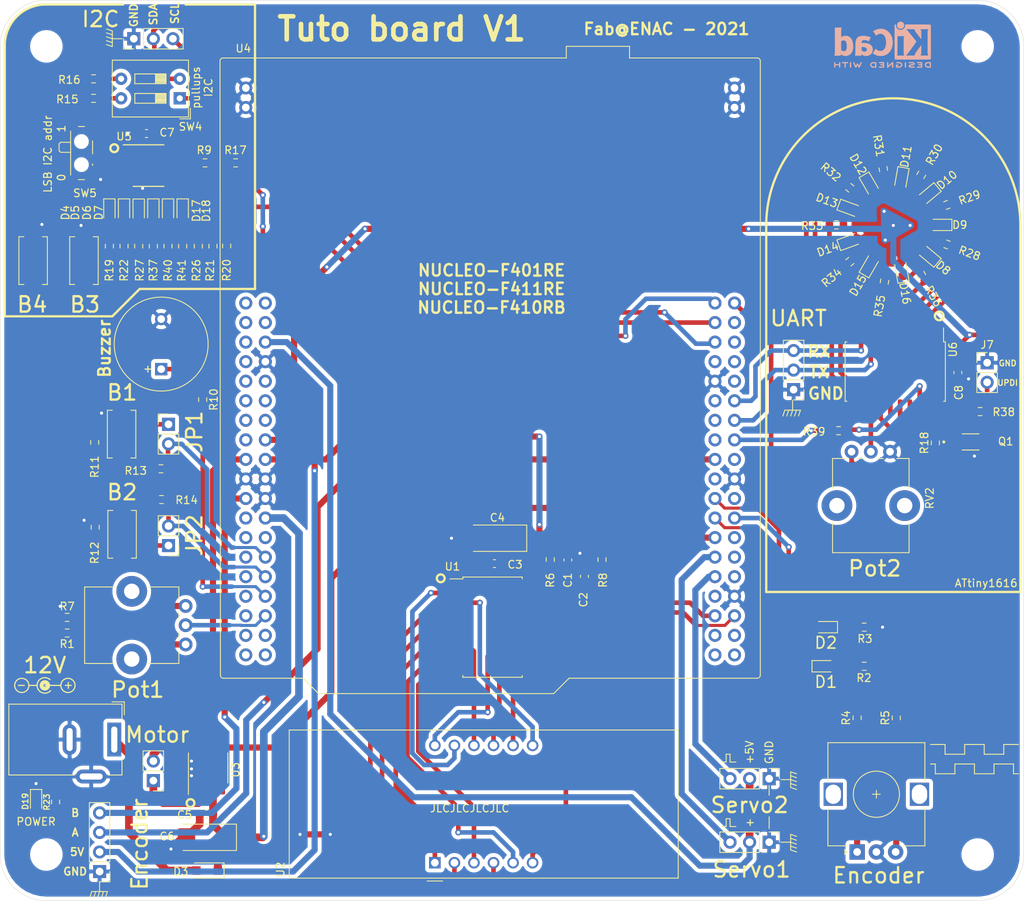
<source format=kicad_pcb>
(kicad_pcb (version 20171130) (host pcbnew 5.1.10-88a1d61d58~88~ubuntu20.04.1)
  (layers (0 F.Cu signal) (31 B.Cu signal) (34 B.Paste user) (35 F.Paste user) (36 B.SilkS user) (37 F.SilkS user) (38 B.Mask user) (39 F.Mask user) (44 Edge.Cuts user))
  (net 0 "")
  (net 1 GND)
  (net 2 "Net-(BZ1-Pad1)")
  (net 3 Display_DIO)
  (net 4 Display_CLK)
  (net 5 +5V)
  (net 6 +12V)
  (net 7 +3V3)
  (net 8 "Net-(D1-Pad2)")
  (net 9 LED1)
  (net 10 LED2)
  (net 11 "Net-(D2-Pad1)")
  (net 12 "Net-(D3-Pad2)")
  (net 13 "Net-(D4-Pad2)")
  (net 14 "Net-(D4-Pad1)")
  (net 15 "Net-(D5-Pad2)")
  (net 16 "Net-(D5-Pad1)")
  (net 17 "Net-(D6-Pad2)")
  (net 18 "Net-(D6-Pad1)")
  (net 19 "Net-(D7-Pad2)")
  (net 20 "Net-(D7-Pad1)")
  (net 21 "Net-(D8-Pad1)")
  (net 22 "Net-(D9-Pad1)")
  (net 23 "Net-(D10-Pad1)")
  (net 24 "Net-(D11-Pad1)")
  (net 25 "Net-(D12-Pad1)")
  (net 26 "Net-(D13-Pad1)")
  (net 27 "Net-(D14-Pad1)")
  (net 28 "Net-(D15-Pad1)")
  (net 29 "Net-(D16-Pad1)")
  (net 30 "Net-(D17-Pad2)")
  (net 31 "Net-(D17-Pad1)")
  (net 32 "Net-(D18-Pad2)")
  (net 33 "Net-(D18-Pad1)")
  (net 34 SERVO1)
  (net 35 +5VP)
  (net 36 SERVO2)
  (net 37 Enc2B)
  (net 38 Enc2A)
  (net 39 "Net-(J5-Pad2)")
  (net 40 "Net-(J5-Pad1)")
  (net 41 SCL1)
  (net 42 SDA1)
  (net 43 /UPDI)
  (net 44 UART6_RX)
  (net 45 UART6_TX)
  (net 46 BTN1)
  (net 47 "Net-(JP1-Pad1)")
  (net 48 BTN2)
  (net 49 "Net-(JP2-Pad1)")
  (net 50 /AtLight)
  (net 51 "Net-(R1-Pad1)")
  (net 52 Enc1A)
  (net 53 "Net-(R4-Pad1)")
  (net 54 Enc1B)
  (net 55 "Net-(R5-Pad1)")
  (net 56 "Net-(R7-Pad2)")
  (net 57 BUZZ)
  (net 58 "Net-(R13-Pad2)")
  (net 59 "Net-(R14-Pad2)")
  (net 60 "Net-(R15-Pad2)")
  (net 61 "Net-(R16-Pad2)")
  (net 62 INT_TCA)
  (net 63 "Net-(R20-Pad2)")
  (net 64 "Net-(R20-Pad1)")
  (net 65 "Net-(R21-Pad2)")
  (net 66 "Net-(R21-Pad1)")
  (net 67 /AtLed1)
  (net 68 /AtLed2)
  (net 69 /AtLed3)
  (net 70 /AtLed4)
  (net 71 /AtLed5)
  (net 72 /AtLed6)
  (net 73 /AtLed7)
  (net 74 /AtLed8)
  (net 75 /AtLed9)
  (net 76 "Net-(R38-Pad2)")
  (net 77 "Net-(R39-Pad2)")
  (net 78 Attiny_link)
  (net 79 POT)
  (net 80 /AtPot)
  (net 81 "Net-(SW5-Pad2)")
  (net 82 "Net-(U1-Pad20)")
  (net 83 "Net-(U1-Pad19)")
  (net 84 /GRID1)
  (net 85 /GRID2)
  (net 86 /GRID3)
  (net 87 /GRID4)
  (net 88 "Net-(U1-Pad11)")
  (net 89 "Net-(U1-Pad10)")
  (net 90 "Net-(U1-Pad9)")
  (net 91 "Net-(U1-Pad8)")
  (net 92 "Net-(U1-Pad7)")
  (net 93 "Net-(U1-Pad6)")
  (net 94 "Net-(U1-Pad5)")
  (net 95 "Net-(U1-Pad4)")
  (net 96 "Net-(U1-Pad3)")
  (net 97 "Net-(U1-Pad2)")
  (net 98 MotB)
  (net 99 MotA)
  (net 100 "Net-(U4-Pad76)")
  (net 101 "Net-(U4-Pad75)")
  (net 102 "Net-(U4-Pad74)")
  (net 103 "Net-(U4-Pad73)")
  (net 104 "Net-(U4-Pad69)")
  (net 105 "Net-(U4-Pad68)")
  (net 106 "Net-(U4-Pad66)")
  (net 107 "Net-(U4-Pad64)")
  (net 108 "Net-(U4-Pad60)")
  (net 109 "Net-(U4-Pad57)")
  (net 110 "Net-(U4-Pad56)")
  (net 111 "Net-(U4-Pad53)")
  (net 112 "Net-(U4-Pad51)")
  (net 113 "Net-(U4-Pad49)")
  (net 114 "Net-(U4-Pad48)")
  (net 115 "Net-(U4-Pad46)")
  (net 116 "Net-(U4-Pad45)")
  (net 117 "Net-(U4-Pad44)")
  (net 118 "Net-(U4-Pad42)")
  (net 119 "Net-(U4-Pad38)")
  (net 120 "Net-(U4-Pad36)")
  (net 121 "Net-(U4-Pad35)")
  (net 122 "Net-(U4-Pad33)")
  (net 123 "Net-(U4-Pad31)")
  (net 124 "Net-(U4-Pad29)")
  (net 125 "Net-(U4-Pad27)")
  (net 126 "Net-(U4-Pad26)")
  (net 127 "Net-(U4-Pad25)")
  (net 128 "Net-(U4-Pad23)")
  (net 129 "Net-(U4-Pad15)")
  (net 130 "Net-(U4-Pad14)")
  (net 131 "Net-(U4-Pad13)")
  (net 132 "Net-(U4-Pad12)")
  (net 133 "Net-(U4-Pad11)")
  (net 134 "Net-(U4-Pad10)")
  (net 135 "Net-(U4-Pad9)")
  (net 136 "Net-(U4-Pad7)")
  (net 137 "Net-(U4-Pad5)")
  (net 138 "Net-(U4-Pad4)")
  (net 139 "Net-(U4-Pad3)")
  (net 140 "Net-(U4-Pad2)")
  (net 141 "Net-(U4-Pad1)")
  (net 142 "Net-(U6-Pad19)")
  (net 143 "Net-(U6-Pad17)")
  (net 144 "Net-(U6-Pad15)")
  (net 145 "Net-(R9-Pad1)")
  (net 146 "Net-(U4-Pad37)")
  (net 147 "Net-(D19-Pad2)")
  (module Symbol:Symbol_Barrel_Polarity (layer F.Cu) (at 74.803 131.953)
    (fp_text reference REF** hide)
    (fp_text value Symbol_Barrel_Polarity hide)
  )
  (module Resistor_SMD:R_0603_1608Metric_Pad0.98x0.95mm_HandSolder (layer F.Cu) (at 76.2 147.1695 90)
    (fp_text reference R23 (at -0.0235 -1.143 90) (layer F.SilkS) (effects (font (size 0.75 0.75))))
    (fp_text value 2k)
    (pad 2 smd roundrect (at 0.9125 0 90) (size 0.975 0.95) (layers F.Cu F.Paste F.Mask) (net 12 "Net-(D3-Pad2)"))
    (pad 1 smd roundrect (at -0.9125 0 90) (size 0.975 0.95) (layers F.Cu F.Paste F.Mask) (net 147 "Net-(D19-Pad2)"))
  )
  (module LED_SMD:LED_0603_1608Metric_Pad1.05x0.95mm_HandSolder (layer F.Cu) (at 73.66 147.207 270)
    (fp_text reference D19 (at -0.113 1.397 90) (layer F.SilkS) (effects (font (size 0.75 0.75))))
    (fp_text value LED hide)
    (pad 2 smd roundrect (at 0.875 0 270) (size 1.05 0.95) (layers F.Cu F.Paste F.Mask) (net 147 "Net-(D19-Pad2)"))
    (pad 1 smd roundrect (at -0.875 0 270) (size 1.05 0.95) (layers F.Cu F.Paste F.Mask) (net 1 GND))
  )
  (module Connector_PinHeader_2.54mm:PinHeader_1x02_P2.54mm_Vertical (layer F.Cu) (at 197.231 90.1065)
    (fp_text reference J7 (at 0 -2.33) (layer F.SilkS))
    (fp_text value Conn_01x02_Male hide)
    (pad 2 thru_hole oval (at 0 2.54) (size 1.7 1.7) (drill 1) (layers *.Cu *.Mask) (net 43 /UPDI))
    (pad 1 thru_hole rect (at 0 0) (size 1.7 1.7) (drill 1) (layers *.Cu *.Mask) (net 1 GND))
  )
  (module tutoFp:ST_Morpho_Connector_64_STLink (layer F.Cu) (at 100.91 82.345)
    (fp_text reference U4 (at -0.326 -33.069) (layer F.SilkS))
    (fp_text value NUCLEO64-F411RE hide)
    (pad 80 thru_hole circle (at 63.5 -25.4) (size 1.7 1.7) (drill 1) (layers *.Cu *.Mask) (net 1 GND))
    (pad 79 thru_hole circle (at 63.5 -27.94) (size 1.7 1.7) (drill 1) (layers *.Cu *.Mask) (net 1 GND))
    (pad 78 thru_hole circle (at 0 -25.4) (size 1.7 1.7) (drill 1) (layers *.Cu *.Mask) (net 1 GND))
    (pad 77 thru_hole circle (at 0 -27.94) (size 1.7 1.7) (drill 1) (layers *.Cu *.Mask) (net 1 GND))
    (pad 76 thru_hole circle (at 63.5 45.72) (size 1.7 1.7) (drill 1) (layers *.Cu *.Mask) (net 100 "Net-(U4-Pad76)"))
    (pad 75 thru_hole circle (at 60.96 45.72) (size 1.7 1.7) (drill 1) (layers *.Cu *.Mask) (net 101 "Net-(U4-Pad75)"))
    (pad 74 thru_hole circle (at 63.5 43.18) (size 1.7 1.7) (drill 1) (layers *.Cu *.Mask) (net 102 "Net-(U4-Pad74)"))
    (pad 73 thru_hole circle (at 60.96 43.18) (size 1.7 1.7) (drill 1) (layers *.Cu *.Mask) (net 103 "Net-(U4-Pad73)"))
    (pad 72 thru_hole circle (at 63.5 40.64) (size 1.7 1.7) (drill 1) (layers *.Cu *.Mask) (net 3 Display_DIO))
    (pad 71 thru_hole circle (at 60.96 40.64) (size 1.7 1.7) (drill 1) (layers *.Cu *.Mask) (net 4 Display_CLK))
    (pad 70 thru_hole circle (at 63.5 38.1) (size 1.7 1.7) (drill 1) (layers *.Cu *.Mask) (net 1 GND))
    (pad 69 thru_hole circle (at 60.96 38.1) (size 1.7 1.7) (drill 1) (layers *.Cu *.Mask) (net 104 "Net-(U4-Pad69)"))
    (pad 68 thru_hole circle (at 63.5 35.56) (size 1.7 1.7) (drill 1) (layers *.Cu *.Mask) (net 105 "Net-(U4-Pad68)"))
    (pad 67 thru_hole circle (at 60.96 35.56) (size 1.7 1.7) (drill 1) (layers *.Cu *.Mask) (net 36 SERVO2))
    (pad 66 thru_hole circle (at 63.5 33.02) (size 1.7 1.7) (drill 1) (layers *.Cu *.Mask) (net 106 "Net-(U4-Pad66)"))
    (pad 65 thru_hole circle (at 60.96 33.02) (size 1.7 1.7) (drill 1) (layers *.Cu *.Mask) (net 34 SERVO1))
    (pad 64 thru_hole circle (at 63.5 30.48) (size 1.7 1.7) (drill 1) (layers *.Cu *.Mask) (net 107 "Net-(U4-Pad64)"))
    (pad 63 thru_hole circle (at 60.96 30.48) (size 1.7 1.7) (drill 1) (layers *.Cu *.Mask) (net 99 MotA))
    (pad 62 thru_hole circle (at 63.5 27.94) (size 1.7 1.7) (drill 1) (layers *.Cu *.Mask) (net 9 LED1))
    (pad 61 thru_hole circle (at 60.96 27.94) (size 1.7 1.7) (drill 1) (layers *.Cu *.Mask) (net 52 Enc1A))
    (pad 60 thru_hole circle (at 63.5 25.4) (size 1.7 1.7) (drill 1) (layers *.Cu *.Mask) (net 108 "Net-(U4-Pad60)"))
    (pad 59 thru_hole circle (at 60.96 25.4) (size 1.7 1.7) (drill 1) (layers *.Cu *.Mask) (net 54 Enc1B))
    (pad 58 thru_hole circle (at 63.5 22.86) (size 1.7 1.7) (drill 1) (layers *.Cu *.Mask) (net 1 GND))
    (pad 57 thru_hole circle (at 60.96 22.86) (size 1.7 1.7) (drill 1) (layers *.Cu *.Mask) (net 109 "Net-(U4-Pad57)"))
    (pad 56 thru_hole circle (at 63.5 20.32) (size 1.7 1.7) (drill 1) (layers *.Cu *.Mask) (net 110 "Net-(U4-Pad56)"))
    (pad 55 thru_hole circle (at 60.96 20.32) (size 1.7 1.7) (drill 1) (layers *.Cu *.Mask) (net 38 Enc2A))
    (pad 54 thru_hole circle (at 63.5 17.78) (size 1.7 1.7) (drill 1) (layers *.Cu *.Mask) (net 78 Attiny_link))
    (pad 53 thru_hole circle (at 60.96 17.78) (size 1.7 1.7) (drill 1) (layers *.Cu *.Mask) (net 111 "Net-(U4-Pad53)"))
    (pad 52 thru_hole circle (at 63.5 15.24) (size 1.7 1.7) (drill 1) (layers *.Cu *.Mask) (net 45 UART6_TX))
    (pad 51 thru_hole circle (at 60.96 15.24) (size 1.7 1.7) (drill 1) (layers *.Cu *.Mask) (net 112 "Net-(U4-Pad51)"))
    (pad 50 thru_hole circle (at 63.5 12.7) (size 1.7 1.7) (drill 1) (layers *.Cu *.Mask) (net 44 UART6_RX))
    (pad 49 thru_hole circle (at 60.96 12.7) (size 1.7 1.7) (drill 1) (layers *.Cu *.Mask) (net 113 "Net-(U4-Pad49)"))
    (pad 48 thru_hole circle (at 63.5 10.16) (size 1.7 1.7) (drill 1) (layers *.Cu *.Mask) (net 114 "Net-(U4-Pad48)"))
    (pad 47 thru_hole circle (at 60.96 10.16) (size 1.7 1.7) (drill 1) (layers *.Cu *.Mask) (net 1 GND))
    (pad 46 thru_hole circle (at 63.5 7.62) (size 1.7 1.7) (drill 1) (layers *.Cu *.Mask) (net 115 "Net-(U4-Pad46)"))
    (pad 45 thru_hole circle (at 60.96 7.62) (size 1.7 1.7) (drill 1) (layers *.Cu *.Mask) (net 116 "Net-(U4-Pad45)"))
    (pad 44 thru_hole circle (at 63.5 5.08) (size 1.7 1.7) (drill 1) (layers *.Cu *.Mask) (net 117 "Net-(U4-Pad44)"))
    (pad 43 thru_hole circle (at 60.96 5.08) (size 1.7 1.7) (drill 1) (layers *.Cu *.Mask) (net 42 SDA1))
    (pad 42 thru_hole circle (at 63.5 2.54) (size 1.7 1.7) (drill 1) (layers *.Cu *.Mask) (net 118 "Net-(U4-Pad42)"))
    (pad 41 thru_hole circle (at 60.96 2.54) (size 1.7 1.7) (drill 1) (layers *.Cu *.Mask) (net 41 SCL1))
    (pad 40 thru_hole circle (at 63.5 0) (size 1.7 1.7) (drill 1) (layers *.Cu *.Mask) (net 10 LED2))
    (pad 39 thru_hole circle (at 60.96 0) (size 1.7 1.7) (drill 1) (layers *.Cu *.Mask) (net 62 INT_TCA))
    (pad 38 thru_hole circle (at 2.54 45.72) (size 1.7 1.7) (drill 1) (layers *.Cu *.Mask) (net 119 "Net-(U4-Pad38)"))
    (pad 37 thru_hole circle (at 0 45.72) (size 1.7 1.7) (drill 1) (layers *.Cu *.Mask) (net 146 "Net-(U4-Pad37)"))
    (pad 36 thru_hole circle (at 2.54 43.18) (size 1.7 1.7) (drill 1) (layers *.Cu *.Mask) (net 120 "Net-(U4-Pad36)"))
    (pad 35 thru_hole circle (at 0 43.18) (size 1.7 1.7) (drill 1) (layers *.Cu *.Mask) (net 121 "Net-(U4-Pad35)"))
    (pad 34 thru_hole circle (at 2.54 40.64) (size 1.7 1.7) (drill 1) (layers *.Cu *.Mask) (net 79 POT))
    (pad 33 thru_hole circle (at 0 40.64) (size 1.7 1.7) (drill 1) (layers *.Cu *.Mask) (net 122 "Net-(U4-Pad33)"))
    (pad 32 thru_hole circle (at 2.54 38.1) (size 1.7 1.7) (drill 1) (layers *.Cu *.Mask) (net 57 BUZZ))
    (pad 31 thru_hole circle (at 0 38.1) (size 1.7 1.7) (drill 1) (layers *.Cu *.Mask) (net 123 "Net-(U4-Pad31)"))
    (pad 30 thru_hole circle (at 2.54 35.56) (size 1.7 1.7) (drill 1) (layers *.Cu *.Mask) (net 48 BTN2))
    (pad 29 thru_hole circle (at 0 35.56) (size 1.7 1.7) (drill 1) (layers *.Cu *.Mask) (net 124 "Net-(U4-Pad29)"))
    (pad 28 thru_hole circle (at 2.54 33.02) (size 1.7 1.7) (drill 1) (layers *.Cu *.Mask) (net 46 BTN1))
    (pad 27 thru_hole circle (at 0 33.02) (size 1.7 1.7) (drill 1) (layers *.Cu *.Mask) (net 125 "Net-(U4-Pad27)"))
    (pad 26 thru_hole circle (at 2.54 30.48) (size 1.7 1.7) (drill 1) (layers *.Cu *.Mask) (net 126 "Net-(U4-Pad26)"))
    (pad 25 thru_hole circle (at 0 30.48) (size 1.7 1.7) (drill 1) (layers *.Cu *.Mask) (net 127 "Net-(U4-Pad25)"))
    (pad 24 thru_hole circle (at 2.54 27.94) (size 1.7 1.7) (drill 1) (layers *.Cu *.Mask) (net 6 +12V))
    (pad 23 thru_hole circle (at 0 27.94) (size 1.7 1.7) (drill 1) (layers *.Cu *.Mask) (net 128 "Net-(U4-Pad23)"))
    (pad 22 thru_hole circle (at 2.54 25.4) (size 1.7 1.7) (drill 1) (layers *.Cu *.Mask) (net 1 GND))
    (pad 21 thru_hole circle (at 0 25.4) (size 1.7 1.7) (drill 1) (layers *.Cu *.Mask) (net 37 Enc2B))
    (pad 20 thru_hole circle (at 2.54 22.86) (size 1.7 1.7) (drill 1) (layers *.Cu *.Mask) (net 1 GND))
    (pad 19 thru_hole circle (at 0 22.86) (size 1.7 1.7) (drill 1) (layers *.Cu *.Mask) (net 1 GND))
    (pad 18 thru_hole circle (at 2.54 20.32) (size 1.7 1.7) (drill 1) (layers *.Cu *.Mask) (net 5 +5V))
    (pad 17 thru_hole circle (at 0 20.32) (size 1.7 1.7) (drill 1) (layers *.Cu *.Mask) (net 98 MotB))
    (pad 16 thru_hole circle (at 2.54 17.78) (size 1.7 1.7) (drill 1) (layers *.Cu *.Mask) (net 7 +3V3))
    (pad 15 thru_hole circle (at 0 17.78) (size 1.7 1.7) (drill 1) (layers *.Cu *.Mask) (net 129 "Net-(U4-Pad15)"))
    (pad 14 thru_hole circle (at 2.54 15.24) (size 1.7 1.7) (drill 1) (layers *.Cu *.Mask) (net 130 "Net-(U4-Pad14)"))
    (pad 13 thru_hole circle (at 0 15.24) (size 1.7 1.7) (drill 1) (layers *.Cu *.Mask) (net 131 "Net-(U4-Pad13)"))
    (pad 12 thru_hole circle (at 2.54 12.7) (size 1.7 1.7) (drill 1) (layers *.Cu *.Mask) (net 132 "Net-(U4-Pad12)"))
    (pad 11 thru_hole circle (at 0 12.7) (size 1.7 1.7) (drill 1) (layers *.Cu *.Mask) (net 133 "Net-(U4-Pad11)"))
    (pad 10 thru_hole circle (at 2.54 10.16) (size 1.7 1.7) (drill 1) (layers *.Cu *.Mask) (net 134 "Net-(U4-Pad10)"))
    (pad 9 thru_hole circle (at 0 10.16) (size 1.7 1.7) (drill 1) (layers *.Cu *.Mask) (net 135 "Net-(U4-Pad9)"))
    (pad 8 thru_hole circle (at 2.54 7.62) (size 1.7 1.7) (drill 1) (layers *.Cu *.Mask) (net 1 GND))
    (pad 7 thru_hole circle (at 0 7.62) (size 1.7 1.7) (drill 1) (layers *.Cu *.Mask) (net 136 "Net-(U4-Pad7)"))
    (pad 6 thru_hole circle (at 2.54 5.08) (size 1.7 1.7) (drill 1) (layers *.Cu *.Mask) (net 35 +5VP))
    (pad 5 thru_hole circle (at 0 5.08) (size 1.7 1.7) (drill 1) (layers *.Cu *.Mask) (net 137 "Net-(U4-Pad5)"))
    (pad 4 thru_hole circle (at 2.54 2.54) (size 1.7 1.7) (drill 1) (layers *.Cu *.Mask) (net 138 "Net-(U4-Pad4)"))
    (pad 3 thru_hole circle (at 0 2.54) (size 1.7 1.7) (drill 1) (layers *.Cu *.Mask) (net 139 "Net-(U4-Pad3)"))
    (pad 2 thru_hole circle (at 2.54 0) (size 1.7 1.7) (drill 1) (layers *.Cu *.Mask) (net 140 "Net-(U4-Pad2)"))
    (pad 1 thru_hole circle (at 0 0) (size 1.7 1.7) (drill 1) (layers *.Cu *.Mask) (net 141 "Net-(U4-Pad1)"))
  )
  (module Symbol:KiCad-Logo2_5mm_SilkScreen (layer B.Cu) (at 183.642 48.768 180)
    (fp_text reference REF** hide)
    (fp_text value KiCad-Logo2_5mm_SilkScreen hide)
  )
  (module MountingHole:MountingHole_3.2mm_M3 (layer F.Cu) (at 75 49)
    (fp_text reference REF** hide)
    (fp_text value MountingHole_3.2mm_M3 hide)
    (pad 1 np_thru_hole circle (at 0 0) (size 3.2 3.2) (drill 3.2) (layers *.Cu *.Mask))
  )
  (module MountingHole:MountingHole_3.2mm_M3 (layer F.Cu) (at 196 49)
    (fp_text reference REF** hide)
    (fp_text value MountingHole_3.2mm_M3 hide)
    (pad 1 np_thru_hole circle (at 0 0) (size 3.2 3.2) (drill 3.2) (layers *.Cu *.Mask))
  )
  (module MountingHole:MountingHole_3.2mm_M3 (layer F.Cu) (at 196 154)
    (fp_text reference REF** hide)
    (fp_text value MountingHole_3.2mm_M3 hide)
    (pad 1 np_thru_hole circle (at 0 0) (size 3.2 3.2) (drill 3.2) (layers *.Cu *.Mask))
  )
  (module MountingHole:MountingHole_3.2mm_M3 (layer F.Cu) (at 75 154)
    (fp_text reference REF** hide)
    (fp_text value MountingHole_3.2mm_M3 hide)
    (pad 1 np_thru_hole circle (at 0 0) (size 3.2 3.2) (drill 3.2) (layers *.Cu *.Mask))
  )
  (module Rotary_Encoder:RotaryEncoder_Alps_EC12E_Vertical_H20mm (layer F.Cu) (at 180.34 153.67 90)
    (fp_text reference SW1 hide)
    (fp_text value Rotary_Encoder_Switch hide)
    (pad A thru_hole rect (at 0 0 90) (size 2 2) (drill 1) (layers *.Cu *.Mask) (net 53 "Net-(R4-Pad1)"))
    (pad C thru_hole circle (at 0 2.5 90) (size 2 2) (drill 1) (layers *.Cu *.Mask) (net 1 GND))
    (pad B thru_hole circle (at 0 5 90) (size 2 2) (drill 1) (layers *.Cu *.Mask) (net 55 "Net-(R5-Pad1)"))
    (pad MP thru_hole rect (at 7.5 -3.1 90) (size 3 2.5) (drill oval 2.5 2) (layers *.Cu *.Mask))
    (pad MP thru_hole rect (at 7.5 8.1 90) (size 3 2.5) (drill oval 2.5 2) (layers *.Cu *.Mask))
  )
  (module Resistor_SMD:R_0603_1608Metric_Pad0.98x0.95mm_HandSolder (layer F.Cu) (at 180.34 136.2475 90)
    (fp_text reference R4 (at 0 -1.43 90) (layer F.SilkS))
    (fp_text value 100)
    (pad 2 smd roundrect (at 0.9125 0 90) (size 0.975 0.95) (layers F.Cu F.Paste F.Mask) (net 52 Enc1A))
    (pad 1 smd roundrect (at -0.9125 0 90) (size 0.975 0.95) (layers F.Cu F.Paste F.Mask) (net 53 "Net-(R4-Pad1)"))
  )
  (module Resistor_SMD:R_0603_1608Metric_Pad0.98x0.95mm_HandSolder (layer F.Cu) (at 99.5915 64.135 180)
    (fp_text reference R17 (at 0.0235 1.651) (layer F.SilkS))
    (fp_text value 10k)
    (pad 2 smd roundrect (at 0.9125 0 180) (size 0.975 0.95) (layers F.Cu F.Paste F.Mask) (net 62 INT_TCA))
    (pad 1 smd roundrect (at -0.9125 0 180) (size 0.975 0.95) (layers F.Cu F.Paste F.Mask) (net 7 +3V3))
  )
  (module Resistor_SMD:R_0603_1608Metric_Pad0.98x0.95mm_HandSolder (layer F.Cu) (at 95.6075 64.135)
    (fp_text reference R9 (at -0.1035 -1.651) (layer F.SilkS))
    (fp_text value 100)
    (pad 2 smd roundrect (at 0.9125 0) (size 0.975 0.95) (layers F.Cu F.Paste F.Mask) (net 62 INT_TCA))
    (pad 1 smd roundrect (at -0.9125 0) (size 0.975 0.95) (layers F.Cu F.Paste F.Mask) (net 145 "Net-(R9-Pad1)"))
  )
  (module Display_7Segment:CA56-12EWA (layer F.Cu) (at 125.476 155.067 90)
    (fp_text reference U2 (at -0.889 -20.066 90) (layer F.SilkS))
    (fp_text value CA56-12EWA)
    (pad 12 thru_hole circle (at 15.24 0 90) (size 1.5 1.5) (drill 1) (layers *.Cu *.Mask) (net 84 /GRID1))
    (pad 11 thru_hole circle (at 15.24 2.54 90) (size 1.5 1.5) (drill 1) (layers *.Cu *.Mask) (net 97 "Net-(U1-Pad2)"))
    (pad 10 thru_hole circle (at 15.24 5.08 90) (size 1.5 1.5) (drill 1) (layers *.Cu *.Mask) (net 92 "Net-(U1-Pad7)"))
    (pad 9 thru_hole circle (at 15.24 7.62 90) (size 1.5 1.5) (drill 1) (layers *.Cu *.Mask) (net 85 /GRID2))
    (pad 8 thru_hole circle (at 15.24 10.16 90) (size 1.5 1.5) (drill 1) (layers *.Cu *.Mask) (net 86 /GRID3))
    (pad 7 thru_hole circle (at 15.24 12.7 90) (size 1.5 1.5) (drill 1) (layers *.Cu *.Mask) (net 96 "Net-(U1-Pad3)"))
    (pad 6 thru_hole circle (at 0 12.7 90) (size 1.5 1.5) (drill 1) (layers *.Cu *.Mask) (net 87 /GRID4))
    (pad 5 thru_hole circle (at 0 10.16 90) (size 1.5 1.5) (drill 1) (layers *.Cu *.Mask) (net 91 "Net-(U1-Pad8)"))
    (pad 4 thru_hole circle (at 0 7.62 90) (size 1.5 1.5) (drill 1) (layers *.Cu *.Mask) (net 95 "Net-(U1-Pad4)"))
    (pad 3 thru_hole circle (at 0 5.08 90) (size 1.5 1.5) (drill 1) (layers *.Cu *.Mask) (net 90 "Net-(U1-Pad9)"))
    (pad 2 thru_hole circle (at 0 2.54 90) (size 1.5 1.5) (drill 1) (layers *.Cu *.Mask) (net 94 "Net-(U1-Pad5)"))
    (pad 1 thru_hole rect (at 0 0 90) (size 1.5 1.5) (drill 1) (layers *.Cu *.Mask) (net 93 "Net-(U1-Pad6)"))
  )
  (module Potentiometer_THT:Potentiometer_Bourns_PTV09A-1_Single_Vertical (layer F.Cu) (at 179.618 101.6635 270)
    (fp_text reference RV2 (at 6.05 -10.15 90) (layer F.SilkS))
    (fp_text value R_POT)
    (pad "" np_thru_hole circle (at 7 1.9 270) (size 4 4) (drill 2) (layers *.Cu *.Mask))
    (pad "" np_thru_hole circle (at 7 -6.9 270) (size 4 4) (drill 2) (layers *.Cu *.Mask))
    (pad 1 thru_hole circle (at 0 0 270) (size 1.8 1.8) (drill 1) (layers *.Cu *.Mask) (net 7 +3V3))
    (pad 2 thru_hole circle (at 0 -2.5 270) (size 1.8 1.8) (drill 1) (layers *.Cu *.Mask) (net 80 /AtPot))
    (pad 3 thru_hole circle (at 0 -5 270) (size 1.8 1.8) (drill 1) (layers *.Cu *.Mask) (net 1 GND))
  )
  (module Package_SO:SOIC-20W_7.5x12.8mm_P1.27mm (layer F.Cu) (at 185.293 91.2495 270)
    (fp_text reference U6 (at -2.8575 -7.493 270) (layer F.SilkS))
    (fp_text value ATtiny1616-S)
    (pad 20 smd roundrect (at 4.65 -5.715 270) (size 2.05 0.6) (layers F.Cu F.Paste F.Mask) (net 1 GND))
    (pad 19 smd roundrect (at 4.65 -4.445 270) (size 2.05 0.6) (layers F.Cu F.Paste F.Mask) (net 142 "Net-(U6-Pad19)"))
    (pad 18 smd roundrect (at 4.65 -3.175 270) (size 2.05 0.6) (layers F.Cu F.Paste F.Mask) (net 77 "Net-(R39-Pad2)"))
    (pad 17 smd roundrect (at 4.65 -1.905 270) (size 2.05 0.6) (layers F.Cu F.Paste F.Mask) (net 143 "Net-(U6-Pad17)"))
    (pad 16 smd roundrect (at 4.65 -0.635 270) (size 2.05 0.6) (layers F.Cu F.Paste F.Mask) (net 76 "Net-(R38-Pad2)"))
    (pad 15 smd roundrect (at 4.65 0.635 270) (size 2.05 0.6) (layers F.Cu F.Paste F.Mask) (net 144 "Net-(U6-Pad15)"))
    (pad 14 smd roundrect (at 4.65 1.905 270) (size 2.05 0.6) (layers F.Cu F.Paste F.Mask) (net 50 /AtLight))
    (pad 13 smd roundrect (at 4.65 3.175 270) (size 2.05 0.6) (layers F.Cu F.Paste F.Mask) (net 80 /AtPot))
    (pad 12 smd roundrect (at 4.65 4.445 270) (size 2.05 0.6) (layers F.Cu F.Paste F.Mask) (net 71 /AtLed5))
    (pad 11 smd roundrect (at 4.65 5.715 270) (size 2.05 0.6) (layers F.Cu F.Paste F.Mask) (net 70 /AtLed4))
    (pad 10 smd roundrect (at -4.65 5.715 270) (size 2.05 0.6) (layers F.Cu F.Paste F.Mask) (net 72 /AtLed6))
    (pad 9 smd roundrect (at -4.65 4.445 270) (size 2.05 0.6) (layers F.Cu F.Paste F.Mask) (net 44 UART6_RX))
    (pad 8 smd roundrect (at -4.65 3.175 270) (size 2.05 0.6) (layers F.Cu F.Paste F.Mask) (net 45 UART6_TX))
    (pad 7 smd roundrect (at -4.65 1.905 270) (size 2.05 0.6) (layers F.Cu F.Paste F.Mask) (net 73 /AtLed7))
    (pad 6 smd roundrect (at -4.65 0.635 270) (size 2.05 0.6) (layers F.Cu F.Paste F.Mask) (net 74 /AtLed8))
    (pad 5 smd roundrect (at -4.65 -0.635 270) (size 2.05 0.6) (layers F.Cu F.Paste F.Mask) (net 75 /AtLed9))
    (pad 4 smd roundrect (at -4.65 -1.905 270) (size 2.05 0.6) (layers F.Cu F.Paste F.Mask) (net 67 /AtLed1))
    (pad 3 smd roundrect (at -4.65 -3.175 270) (size 2.05 0.6) (layers F.Cu F.Paste F.Mask) (net 68 /AtLed2))
    (pad 2 smd roundrect (at -4.65 -4.445 270) (size 2.05 0.6) (layers F.Cu F.Paste F.Mask) (net 69 /AtLed3))
    (pad 1 smd roundrect (at -4.65 -5.715 270) (size 2.05 0.6) (layers F.Cu F.Paste F.Mask) (net 7 +3V3))
  )
  (module Package_SO:SSOP-16_3.9x4.9mm_P0.635mm (layer F.Cu) (at 88.265 64.516)
    (fp_text reference U5 (at -3.175 -3.81) (layer F.SilkS))
    (fp_text value TCA9554DBQ)
    (pad 16 smd rect (at 2.6 -2.2225) (size 1.2 0.4) (layers F.Cu F.Paste F.Mask) (net 7 +3V3))
    (pad 15 smd rect (at 2.6 -1.5875) (size 1.2 0.4) (layers F.Cu F.Paste F.Mask) (net 42 SDA1))
    (pad 14 smd rect (at 2.6 -0.9525) (size 1.2 0.4) (layers F.Cu F.Paste F.Mask) (net 41 SCL1))
    (pad 13 smd rect (at 2.6 -0.3175) (size 1.2 0.4) (layers F.Cu F.Paste F.Mask) (net 145 "Net-(R9-Pad1)"))
    (pad 12 smd rect (at 2.6 0.3175) (size 1.2 0.4) (layers F.Cu F.Paste F.Mask) (net 63 "Net-(R20-Pad2)"))
    (pad 11 smd rect (at 2.6 0.9525) (size 1.2 0.4) (layers F.Cu F.Paste F.Mask) (net 65 "Net-(R21-Pad2)"))
    (pad 10 smd rect (at 2.6 1.5875) (size 1.2 0.4) (layers F.Cu F.Paste F.Mask) (net 33 "Net-(D18-Pad1)"))
    (pad 9 smd rect (at 2.6 2.2225) (size 1.2 0.4) (layers F.Cu F.Paste F.Mask) (net 31 "Net-(D17-Pad1)"))
    (pad 8 smd rect (at -2.6 2.2225) (size 1.2 0.4) (layers F.Cu F.Paste F.Mask) (net 1 GND))
    (pad 7 smd rect (at -2.6 1.5875) (size 1.2 0.4) (layers F.Cu F.Paste F.Mask) (net 20 "Net-(D7-Pad1)"))
    (pad 6 smd rect (at -2.6 0.9525) (size 1.2 0.4) (layers F.Cu F.Paste F.Mask) (net 18 "Net-(D6-Pad1)"))
    (pad 5 smd rect (at -2.6 0.3175) (size 1.2 0.4) (layers F.Cu F.Paste F.Mask) (net 16 "Net-(D5-Pad1)"))
    (pad 4 smd rect (at -2.6 -0.3175) (size 1.2 0.4) (layers F.Cu F.Paste F.Mask) (net 14 "Net-(D4-Pad1)"))
    (pad 3 smd rect (at -2.6 -0.9525) (size 1.2 0.4) (layers F.Cu F.Paste F.Mask) (net 7 +3V3))
    (pad 2 smd rect (at -2.6 -1.5875) (size 1.2 0.4) (layers F.Cu F.Paste F.Mask) (net 7 +3V3))
    (pad 1 smd rect (at -2.6 -2.2225) (size 1.2 0.4) (layers F.Cu F.Paste F.Mask) (net 81 "Net-(SW5-Pad2)"))
  )
  (module Package_SO:HTSOP-8-1EP_3.9x4.9mm_P1.27mm_EP2.4x3.2mm (layer F.Cu) (at 96.012 142.748 90)
    (fp_text reference U3 (at -0.254 3.556 90) (layer F.SilkS))
    (fp_text value BD62120AEFJ)
    (pad 9 smd rect (at 0 0 90) (size 2.4 3.2) (layers F.Cu F.Mask) (net 1 GND))
    (pad 8 smd roundrect (at 2.65 -1.905 90) (size 1.6 0.6) (layers F.Cu F.Paste F.Mask) (net 39 "Net-(J5-Pad2)"))
    (pad 7 smd roundrect (at 2.65 -0.635 90) (size 1.6 0.6) (layers F.Cu F.Paste F.Mask) (net 1 GND))
    (pad 6 smd roundrect (at 2.65 0.635 90) (size 1.6 0.6) (layers F.Cu F.Paste F.Mask) (net 98 MotB))
    (pad 5 smd roundrect (at 2.65 1.905 90) (size 1.6 0.6) (layers F.Cu F.Paste F.Mask) (net 99 MotA))
    (pad 4 smd roundrect (at -2.65 1.905 90) (size 1.6 0.6) (layers F.Cu F.Paste F.Mask) (net 1 GND))
    (pad 3 smd roundrect (at -2.65 0.635 90) (size 1.6 0.6) (layers F.Cu F.Paste F.Mask) (net 6 +12V))
    (pad 2 smd roundrect (at -2.65 -0.635 90) (size 1.6 0.6) (layers F.Cu F.Paste F.Mask) (net 40 "Net-(J5-Pad1)"))
    (pad 1 smd roundrect (at -2.65 -1.905 90) (size 1.6 0.6) (layers F.Cu F.Paste F.Mask) (net 1 GND))
  )
  (module Package_SO:SOP-20_7.5x12.8mm_P1.27mm (layer F.Cu) (at 132.969 124.46)
    (fp_text reference U1 (at -5.207 -7.874) (layer F.SilkS))
    (fp_text value TM1637)
    (pad 20 smd roundrect (at 4.6 -5.715) (size 1.9 0.6) (layers F.Cu F.Paste F.Mask) (net 82 "Net-(U1-Pad20)"))
    (pad 19 smd roundrect (at 4.6 -4.445) (size 1.9 0.6) (layers F.Cu F.Paste F.Mask) (net 83 "Net-(U1-Pad19)"))
    (pad 18 smd roundrect (at 4.6 -3.175) (size 1.9 0.6) (layers F.Cu F.Paste F.Mask) (net 4 Display_CLK))
    (pad 17 smd roundrect (at 4.6 -1.905) (size 1.9 0.6) (layers F.Cu F.Paste F.Mask) (net 3 Display_DIO))
    (pad 16 smd roundrect (at 4.6 -0.635) (size 1.9 0.6) (layers F.Cu F.Paste F.Mask) (net 5 +5V))
    (pad 15 smd roundrect (at 4.6 0.635) (size 1.9 0.6) (layers F.Cu F.Paste F.Mask) (net 84 /GRID1))
    (pad 14 smd roundrect (at 4.6 1.905) (size 1.9 0.6) (layers F.Cu F.Paste F.Mask) (net 85 /GRID2))
    (pad 13 smd roundrect (at 4.6 3.175) (size 1.9 0.6) (layers F.Cu F.Paste F.Mask) (net 86 /GRID3))
    (pad 12 smd roundrect (at 4.6 4.445) (size 1.9 0.6) (layers F.Cu F.Paste F.Mask) (net 87 /GRID4))
    (pad 11 smd roundrect (at 4.6 5.715) (size 1.9 0.6) (layers F.Cu F.Paste F.Mask) (net 88 "Net-(U1-Pad11)"))
    (pad 10 smd roundrect (at -4.6 5.715) (size 1.9 0.6) (layers F.Cu F.Paste F.Mask) (net 89 "Net-(U1-Pad10)"))
    (pad 9 smd roundrect (at -4.6 4.445) (size 1.9 0.6) (layers F.Cu F.Paste F.Mask) (net 90 "Net-(U1-Pad9)"))
    (pad 8 smd roundrect (at -4.6 3.175) (size 1.9 0.6) (layers F.Cu F.Paste F.Mask) (net 91 "Net-(U1-Pad8)"))
    (pad 7 smd roundrect (at -4.6 1.905) (size 1.9 0.6) (layers F.Cu F.Paste F.Mask) (net 92 "Net-(U1-Pad7)"))
    (pad 6 smd roundrect (at -4.6 0.635) (size 1.9 0.6) (layers F.Cu F.Paste F.Mask) (net 93 "Net-(U1-Pad6)"))
    (pad 5 smd roundrect (at -4.6 -0.635) (size 1.9 0.6) (layers F.Cu F.Paste F.Mask) (net 94 "Net-(U1-Pad5)"))
    (pad 4 smd roundrect (at -4.6 -1.905) (size 1.9 0.6) (layers F.Cu F.Paste F.Mask) (net 95 "Net-(U1-Pad4)"))
    (pad 3 smd roundrect (at -4.6 -3.175) (size 1.9 0.6) (layers F.Cu F.Paste F.Mask) (net 96 "Net-(U1-Pad3)"))
    (pad 2 smd roundrect (at -4.6 -4.445) (size 1.9 0.6) (layers F.Cu F.Paste F.Mask) (net 97 "Net-(U1-Pad2)"))
    (pad 1 smd roundrect (at -4.6 -5.715) (size 1.9 0.6) (layers F.Cu F.Paste F.Mask) (net 1 GND))
  )
  (module Button_Switch_SMD:SW_SPST_EVQPE1 (layer F.Cu) (at 73.279 76.835 90)
    (fp_text reference SW7 hide)
    (fp_text value SW_Push hide)
    (pad 1 smd rect (at -2.7 0 90) (size 2 1.6) (layers F.Cu F.Paste F.Mask) (net 64 "Net-(R20-Pad1)"))
    (pad 2 smd rect (at 2.7 0 90) (size 2 1.6) (layers F.Cu F.Paste F.Mask) (net 1 GND))
  )
  (module Button_Switch_SMD:SW_SPST_EVQPE1 (layer F.Cu) (at 79.883 76.835 90)
    (fp_text reference SW6 hide)
    (fp_text value SW_Push hide)
    (pad 1 smd rect (at -2.7 0 90) (size 2 1.6) (layers F.Cu F.Paste F.Mask) (net 66 "Net-(R21-Pad1)"))
    (pad 2 smd rect (at 2.7 0 90) (size 2 1.6) (layers F.Cu F.Paste F.Mask) (net 1 GND))
  )
  (module Button_Switch_SMD:SW_SPDT_PCM12 (layer F.Cu) (at 79.883 62.865 270)
    (fp_text reference SW5 (at 5.207 -0.127 180) (layer F.SilkS))
    (fp_text value SW_SPDT hide)
    (pad "" smd rect (at -3.65 -0.78 270) (size 1 0.8) (layers F.Cu F.Paste F.Mask))
    (pad "" smd rect (at 3.65 -0.78 270) (size 1 0.8) (layers F.Cu F.Paste F.Mask))
    (pad "" smd rect (at 3.65 1.43 270) (size 1 0.8) (layers F.Cu F.Paste F.Mask))
    (pad "" smd rect (at -3.65 1.43 270) (size 1 0.8) (layers F.Cu F.Paste F.Mask))
    (pad 3 smd rect (at 2.25 -1.43 270) (size 0.7 1.5) (layers F.Cu F.Paste F.Mask) (net 1 GND))
    (pad 2 smd rect (at 0.75 -1.43 270) (size 0.7 1.5) (layers F.Cu F.Paste F.Mask) (net 81 "Net-(SW5-Pad2)"))
    (pad 1 smd rect (at -2.25 -1.43 270) (size 0.7 1.5) (layers F.Cu F.Paste F.Mask) (net 7 +3V3))
    (pad "" np_thru_hole circle (at 1.5 0.33 270) (size 0.9 0.9) (drill 0.9) (layers *.Cu *.Mask))
    (pad "" np_thru_hole circle (at -1.5 0.33 270) (size 0.9 0.9) (drill 0.9) (layers *.Cu *.Mask))
  )
  (module Button_Switch_THT:SW_DIP_SPSTx02_Slide_9.78x7.26mm_W7.62mm_P2.54mm (layer F.Cu) (at 92.329 55.753 180)
    (fp_text reference SW4 (at -1.397 -3.683) (layer F.SilkS))
    (fp_text value SW_DIP_x02 hide)
    (pad 4 thru_hole oval (at 7.62 0 180) (size 1.6 1.6) (drill 0.8) (layers *.Cu *.Mask) (net 60 "Net-(R15-Pad2)"))
    (pad 2 thru_hole oval (at 0 2.54 180) (size 1.6 1.6) (drill 0.8) (layers *.Cu *.Mask) (net 42 SDA1))
    (pad 3 thru_hole oval (at 7.62 2.54 180) (size 1.6 1.6) (drill 0.8) (layers *.Cu *.Mask) (net 61 "Net-(R16-Pad2)"))
    (pad 1 thru_hole rect (at 0 0 180) (size 1.6 1.6) (drill 0.8) (layers *.Cu *.Mask) (net 41 SCL1))
  )
  (module Button_Switch_SMD:SW_SPST_EVQPE1 (layer F.Cu) (at 84.836 112.395 90)
    (fp_text reference SW3 hide)
    (fp_text value SW_Push hide)
    (pad 1 smd rect (at -2.7 0 90) (size 2 1.6) (layers F.Cu F.Paste F.Mask) (net 7 +3V3))
    (pad 2 smd rect (at 2.7 0 90) (size 2 1.6) (layers F.Cu F.Paste F.Mask) (net 59 "Net-(R14-Pad2)"))
  )
  (module Button_Switch_SMD:SW_SPST_EVQPE1 (layer F.Cu) (at 84.7725 99.3775 270)
    (fp_text reference SW2 hide)
    (fp_text value SW_Push hide)
    (pad 1 smd rect (at -2.7 0 270) (size 2 1.6) (layers F.Cu F.Paste F.Mask) (net 1 GND))
    (pad 2 smd rect (at 2.7 0 270) (size 2 1.6) (layers F.Cu F.Paste F.Mask) (net 58 "Net-(R13-Pad2)"))
  )
  (module Potentiometer_THT:Potentiometer_Bourns_PTV09A-1_Single_Vertical (layer F.Cu) (at 93.091 121.706 180)
    (fp_text reference RV1 hide)
    (fp_text value R_POT)
    (pad "" np_thru_hole circle (at 7 1.9 180) (size 4 4) (drill 2) (layers *.Cu *.Mask))
    (pad "" np_thru_hole circle (at 7 -6.9 180) (size 4 4) (drill 2) (layers *.Cu *.Mask))
    (pad 1 thru_hole circle (at 0 0 180) (size 1.8 1.8) (drill 1) (layers *.Cu *.Mask) (net 56 "Net-(R7-Pad2)"))
    (pad 2 thru_hole circle (at 0 -2.5 180) (size 1.8 1.8) (drill 1) (layers *.Cu *.Mask) (net 79 POT))
    (pad 3 thru_hole circle (at 0 -5 180) (size 1.8 1.8) (drill 1) (layers *.Cu *.Mask) (net 51 "Net-(R1-Pad1)"))
  )
  (module Resistor_SMD:R_0603_1608Metric_Pad0.98x0.95mm_HandSolder (layer F.Cu) (at 92.71 74.9535 90)
    (fp_text reference R41 (at -3.1515 -0.127 90) (layer F.SilkS))
    (fp_text value 390)
    (pad 2 smd roundrect (at 0.9125 0 90) (size 0.975 0.95) (layers F.Cu F.Paste F.Mask) (net 32 "Net-(D18-Pad2)"))
    (pad 1 smd roundrect (at -0.9125 0 90) (size 0.975 0.95) (layers F.Cu F.Paste F.Mask) (net 7 +3V3))
  )
  (module Resistor_SMD:R_0603_1608Metric_Pad0.98x0.95mm_HandSolder (layer F.Cu) (at 90.805 74.9535 90)
    (fp_text reference R40 (at -3.1515 0 90) (layer F.SilkS))
    (fp_text value 390)
    (pad 2 smd roundrect (at 0.9125 0 90) (size 0.975 0.95) (layers F.Cu F.Paste F.Mask) (net 30 "Net-(D17-Pad2)"))
    (pad 1 smd roundrect (at -0.9125 0 90) (size 0.975 0.95) (layers F.Cu F.Paste F.Mask) (net 7 +3V3))
  )
  (module Resistor_SMD:R_0603_1608Metric_Pad0.98x0.95mm_HandSolder (layer F.Cu) (at 177.927 98.933)
    (fp_text reference R39 (at -3.175 0.127) (layer F.SilkS))
    (fp_text value 100)
    (pad 2 smd roundrect (at 0.9125 0) (size 0.975 0.95) (layers F.Cu F.Paste F.Mask) (net 77 "Net-(R39-Pad2)"))
    (pad 1 smd roundrect (at -0.9125 0) (size 0.975 0.95) (layers F.Cu F.Paste F.Mask) (net 78 Attiny_link))
  )
  (module Resistor_SMD:R_0603_1608Metric_Pad0.98x0.95mm_HandSolder (layer F.Cu) (at 196.3185 96.4565 180)
    (fp_text reference R38 (at -3.0715 -0.0635) (layer F.SilkS))
    (fp_text value 470)
    (pad 2 smd roundrect (at 0.9125 0 180) (size 0.975 0.95) (layers F.Cu F.Paste F.Mask) (net 76 "Net-(R38-Pad2)"))
    (pad 1 smd roundrect (at -0.9125 0 180) (size 0.975 0.95) (layers F.Cu F.Paste F.Mask) (net 43 /UPDI))
  )
  (module Resistor_SMD:R_0603_1608Metric_Pad0.98x0.95mm_HandSolder (layer F.Cu) (at 88.9 74.9535 90)
    (fp_text reference R37 (at -3.1515 0 90) (layer F.SilkS))
    (fp_text value 390)
    (pad 2 smd roundrect (at 0.9125 0 90) (size 0.975 0.95) (layers F.Cu F.Paste F.Mask) (net 19 "Net-(D7-Pad2)"))
    (pad 1 smd roundrect (at -0.9125 0 90) (size 0.975 0.95) (layers F.Cu F.Paste F.Mask) (net 7 +3V3))
  )
  (module Resistor_SMD:R_0603_1608Metric_Pad0.98x0.95mm_HandSolder (layer F.Cu) (at 188.67025 78.704748 120)
    (fp_text reference R36 (at -3.183086 -0.018236 120) (layer F.SilkS))
    (fp_text value 390)
    (pad 2 smd roundrect (at 0.9125 0 120) (size 0.975 0.95) (layers F.Cu F.Paste F.Mask) (net 29 "Net-(D16-Pad1)"))
    (pad 1 smd roundrect (at -0.9125 0 120) (size 0.975 0.95) (layers F.Cu F.Paste F.Mask) (net 75 /AtLed9))
  )
  (module Resistor_SMD:R_0603_1608Metric_Pad0.98x0.95mm_HandSolder (layer F.Cu) (at 183.896 79.5655 80)
    (fp_text reference R35 (at -3.237031 -0.07402 80) (layer F.SilkS))
    (fp_text value 390)
    (pad 2 smd roundrect (at 0.9125 0 80) (size 0.975 0.95) (layers F.Cu F.Paste F.Mask) (net 28 "Net-(D15-Pad1)"))
    (pad 1 smd roundrect (at -0.9125 0 80) (size 0.975 0.95) (layers F.Cu F.Paste F.Mask) (net 74 /AtLed8))
  )
  (module Resistor_SMD:R_0603_1608Metric_Pad0.98x0.95mm_HandSolder (layer F.Cu) (at 179.386984 76.977044 40)
    (fp_text reference R34 (at -3.136717 0.083824 40) (layer F.SilkS))
    (fp_text value 390)
    (pad 2 smd roundrect (at 0.9125 0 40) (size 0.975 0.95) (layers F.Cu F.Paste F.Mask) (net 27 "Net-(D14-Pad1)"))
    (pad 1 smd roundrect (at -0.9125 0 40) (size 0.975 0.95) (layers F.Cu F.Paste F.Mask) (net 73 /AtLed7))
  )
  (module Resistor_SMD:R_0603_1608Metric_Pad0.98x0.95mm_HandSolder (layer F.Cu) (at 177.6495 72.1995)
    (fp_text reference R33 (at -3.1515 0.127) (layer F.SilkS))
    (fp_text value 390)
    (pad 2 smd roundrect (at 0.9125 0) (size 0.975 0.95) (layers F.Cu F.Paste F.Mask) (net 26 "Net-(D13-Pad1)"))
    (pad 1 smd roundrect (at -0.9125 0) (size 0.975 0.95) (layers F.Cu F.Paste F.Mask) (net 72 /AtLed6))
  )
  (module Resistor_SMD:R_0603_1608Metric_Pad0.98x0.95mm_HandSolder (layer F.Cu) (at 179.386984 67.3735 320)
    (fp_text reference R32 (at -3.202858 0.03493 140) (layer F.SilkS))
    (fp_text value 390)
    (pad 2 smd roundrect (at 0.9125 0 320) (size 0.975 0.95) (layers F.Cu F.Paste F.Mask) (net 25 "Net-(D12-Pad1)"))
    (pad 1 smd roundrect (at -0.9125 0 320) (size 0.975 0.95) (layers F.Cu F.Paste F.Mask) (net 71 /AtLed5))
  )
  (module Resistor_SMD:R_0603_1608Metric_Pad0.98x0.95mm_HandSolder (layer F.Cu) (at 183.737546 64.950863 280)
    (fp_text reference R31 (at -3.097008 0.066771 100) (layer F.SilkS))
    (fp_text value 390)
    (pad 2 smd roundrect (at 0.9125 0 280) (size 0.975 0.95) (layers F.Cu F.Paste F.Mask) (net 24 "Net-(D11-Pad1)"))
    (pad 1 smd roundrect (at -0.9125 0 280) (size 0.975 0.95) (layers F.Cu F.Paste F.Mask) (net 70 /AtLed4))
  )
  (module Resistor_SMD:R_0603_1608Metric_Pad0.98x0.95mm_HandSolder (layer F.Cu) (at 188.67025 65.694252 240)
    (fp_text reference R30 (at -3.136601 -0.155249 60) (layer F.SilkS))
    (fp_text value 390)
    (pad 2 smd roundrect (at 0.9125 0 240) (size 0.975 0.95) (layers F.Cu F.Paste F.Mask) (net 23 "Net-(D10-Pad1)"))
    (pad 1 smd roundrect (at -0.9125 0 240) (size 0.975 0.95) (layers F.Cu F.Paste F.Mask) (net 69 /AtLed3))
  )
  (module Resistor_SMD:R_0603_1608Metric_Pad0.98x0.95mm_HandSolder (layer F.Cu) (at 191.99247 69.601407 200)
    (fp_text reference R29 (at -3.102094 -0.109687 20) (layer F.SilkS))
    (fp_text value 390)
    (pad 2 smd roundrect (at 0.9125 0 200) (size 0.975 0.95) (layers F.Cu F.Paste F.Mask) (net 22 "Net-(D9-Pad1)"))
    (pad 1 smd roundrect (at -0.9125 0 200) (size 0.975 0.95) (layers F.Cu F.Paste F.Mask) (net 68 /AtLed2))
  )
  (module Resistor_SMD:R_0603_1608Metric_Pad0.98x0.95mm_HandSolder (layer F.Cu) (at 192.024 74.7395 160)
    (fp_text reference R28 (at -3.135771 -0.075028 160) (layer F.SilkS))
    (fp_text value 390)
    (pad 2 smd roundrect (at 0.9125 0 160) (size 0.975 0.95) (layers F.Cu F.Paste F.Mask) (net 21 "Net-(D8-Pad1)"))
    (pad 1 smd roundrect (at -0.9125 0 160) (size 0.975 0.95) (layers F.Cu F.Paste F.Mask) (net 67 /AtLed1))
  )
  (module Resistor_SMD:R_0603_1608Metric_Pad0.98x0.95mm_HandSolder (layer F.Cu) (at 86.995 74.9535 90)
    (fp_text reference R27 (at -3.1515 0.127 90) (layer F.SilkS))
    (fp_text value 390)
    (pad 2 smd roundrect (at 0.9125 0 90) (size 0.975 0.95) (layers F.Cu F.Paste F.Mask) (net 17 "Net-(D6-Pad2)"))
    (pad 1 smd roundrect (at -0.9125 0 90) (size 0.975 0.95) (layers F.Cu F.Paste F.Mask) (net 7 +3V3))
  )
  (module Resistor_SMD:R_0603_1608Metric_Pad0.98x0.95mm_HandSolder (layer F.Cu) (at 94.742 74.9535 90)
    (fp_text reference R26 (at -3.1515 -0.254 90) (layer F.SilkS))
    (fp_text value 10k)
    (pad 2 smd roundrect (at 0.9125 0 90) (size 0.975 0.95) (layers F.Cu F.Paste F.Mask) (net 65 "Net-(R21-Pad2)"))
    (pad 1 smd roundrect (at -0.9125 0 90) (size 0.975 0.95) (layers F.Cu F.Paste F.Mask) (net 7 +3V3))
  )
  (module Resistor_SMD:R_0603_1608Metric_Pad0.98x0.95mm_HandSolder (layer F.Cu) (at 85.09 74.9535 90)
    (fp_text reference R22 (at -3.1515 0 90) (layer F.SilkS))
    (fp_text value 390)
    (pad 2 smd roundrect (at 0.9125 0 90) (size 0.975 0.95) (layers F.Cu F.Paste F.Mask) (net 15 "Net-(D5-Pad2)"))
    (pad 1 smd roundrect (at -0.9125 0 90) (size 0.975 0.95) (layers F.Cu F.Paste F.Mask) (net 7 +3V3))
  )
  (module Resistor_SMD:R_0603_1608Metric_Pad0.98x0.95mm_HandSolder (layer F.Cu) (at 96.647 74.9535 90)
    (fp_text reference R21 (at -3.1515 -0.381 90) (layer F.SilkS))
    (fp_text value 100)
    (pad 2 smd roundrect (at 0.9125 0 90) (size 0.975 0.95) (layers F.Cu F.Paste F.Mask) (net 65 "Net-(R21-Pad2)"))
    (pad 1 smd roundrect (at -0.9125 0 90) (size 0.975 0.95) (layers F.Cu F.Paste F.Mask) (net 66 "Net-(R21-Pad1)"))
  )
  (module Resistor_SMD:R_0603_1608Metric_Pad0.98x0.95mm_HandSolder (layer F.Cu) (at 98.425 74.93 90)
    (fp_text reference R20 (at -3.1515 0 90) (layer F.SilkS))
    (fp_text value 100)
    (pad 2 smd roundrect (at 0.9125 0 90) (size 0.975 0.95) (layers F.Cu F.Paste F.Mask) (net 63 "Net-(R20-Pad2)"))
    (pad 1 smd roundrect (at -0.9125 0 90) (size 0.975 0.95) (layers F.Cu F.Paste F.Mask) (net 64 "Net-(R20-Pad1)"))
  )
  (module Resistor_SMD:R_0603_1608Metric_Pad0.98x0.95mm_HandSolder (layer F.Cu) (at 83.185 74.9535 90)
    (fp_text reference R19 (at -3.1515 0 90) (layer F.SilkS))
    (fp_text value 390)
    (pad 2 smd roundrect (at 0.9125 0 90) (size 0.975 0.95) (layers F.Cu F.Paste F.Mask) (net 13 "Net-(D4-Pad2)"))
    (pad 1 smd roundrect (at -0.9125 0 90) (size 0.975 0.95) (layers F.Cu F.Paste F.Mask) (net 7 +3V3))
  )
  (module Resistor_SMD:R_0603_1608Metric_Pad0.98x0.95mm_HandSolder (layer F.Cu) (at 190.5 100.5205 90)
    (fp_text reference R18 (at 0 -1.43 90) (layer F.SilkS))
    (fp_text value 1k)
    (pad 2 smd roundrect (at 0.9125 0 90) (size 0.975 0.95) (layers F.Cu F.Paste F.Mask) (net 50 /AtLight))
    (pad 1 smd roundrect (at -0.9125 0 90) (size 0.975 0.95) (layers F.Cu F.Paste F.Mask) (net 7 +3V3))
  )
  (module Resistor_SMD:R_0603_1608Metric_Pad0.98x0.95mm_HandSolder (layer F.Cu) (at 81.1295 53.213)
    (fp_text reference R16 (at -3.1515 0.127) (layer F.SilkS))
    (fp_text value 2.2K)
    (pad 2 smd roundrect (at 0.9125 0) (size 0.975 0.95) (layers F.Cu F.Paste F.Mask) (net 61 "Net-(R16-Pad2)"))
    (pad 1 smd roundrect (at -0.9125 0) (size 0.975 0.95) (layers F.Cu F.Paste F.Mask) (net 7 +3V3))
  )
  (module Resistor_SMD:R_0603_1608Metric_Pad0.98x0.95mm_HandSolder (layer F.Cu) (at 81.1295 55.753)
    (fp_text reference R15 (at -3.4055 0.127) (layer F.SilkS))
    (fp_text value 2.2K)
    (pad 2 smd roundrect (at 0.9125 0) (size 0.975 0.95) (layers F.Cu F.Paste F.Mask) (net 60 "Net-(R15-Pad2)"))
    (pad 1 smd roundrect (at -0.9125 0) (size 0.975 0.95) (layers F.Cu F.Paste F.Mask) (net 7 +3V3))
  )
  (module Resistor_SMD:R_0603_1608Metric_Pad0.98x0.95mm_HandSolder (layer F.Cu) (at 89.956 107.8865 180)
    (fp_text reference R14 (at -3.262 -0.0635) (layer F.SilkS))
    (fp_text value 100)
    (pad 2 smd roundrect (at 0.9125 0 180) (size 0.975 0.95) (layers F.Cu F.Paste F.Mask) (net 59 "Net-(R14-Pad2)"))
    (pad 1 smd roundrect (at -0.9125 0 180) (size 0.975 0.95) (layers F.Cu F.Paste F.Mask) (net 48 BTN2))
  )
  (module Resistor_SMD:R_0603_1608Metric_Pad0.98x0.95mm_HandSolder (layer F.Cu) (at 89.8925 103.886 180)
    (fp_text reference R13 (at 3.2785 -0.254) (layer F.SilkS))
    (fp_text value 100)
    (pad 2 smd roundrect (at 0.9125 0 180) (size 0.975 0.95) (layers F.Cu F.Paste F.Mask) (net 58 "Net-(R13-Pad2)"))
    (pad 1 smd roundrect (at -0.9125 0 180) (size 0.975 0.95) (layers F.Cu F.Paste F.Mask) (net 46 BTN1))
  )
  (module Resistor_SMD:R_0603_1608Metric_Pad0.98x0.95mm_HandSolder (layer F.Cu) (at 81.3435 111.4825 90)
    (fp_text reference R12 (at -3.3255 -0.0635 90) (layer F.SilkS))
    (fp_text value 10k)
    (pad 2 smd roundrect (at 0.9125 0 90) (size 0.975 0.95) (layers F.Cu F.Paste F.Mask) (net 1 GND))
    (pad 1 smd roundrect (at -0.9125 0 90) (size 0.975 0.95) (layers F.Cu F.Paste F.Mask) (net 49 "Net-(JP2-Pad1)"))
  )
  (module Resistor_SMD:R_0603_1608Metric_Pad0.98x0.95mm_HandSolder (layer F.Cu) (at 81.28 100.457 270)
    (fp_text reference R11 (at 3.175 0 90) (layer F.SilkS))
    (fp_text value 10k)
    (pad 2 smd roundrect (at 0.9125 0 270) (size 0.975 0.95) (layers F.Cu F.Paste F.Mask) (net 7 +3V3))
    (pad 1 smd roundrect (at -0.9125 0 270) (size 0.975 0.95) (layers F.Cu F.Paste F.Mask) (net 47 "Net-(JP1-Pad1)"))
  )
  (module Resistor_SMD:R_0603_1608Metric_Pad0.98x0.95mm_HandSolder (layer F.Cu) (at 95.3135 94.8925 270)
    (fp_text reference R10 (at 0 -1.43 90) (layer F.SilkS))
    (fp_text value 220)
    (pad 2 smd roundrect (at 0.9125 0 270) (size 0.975 0.95) (layers F.Cu F.Paste F.Mask) (net 57 BUZZ))
    (pad 1 smd roundrect (at -0.9125 0 270) (size 0.975 0.95) (layers F.Cu F.Paste F.Mask) (net 2 "Net-(BZ1-Pad1)"))
  )
  (module Resistor_SMD:R_0603_1608Metric_Pad0.98x0.95mm_HandSolder (layer F.Cu) (at 147.193 115.6735 90)
    (fp_text reference R8 (at -2.6905 0.127 90) (layer F.SilkS))
    (fp_text value 10k)
    (pad 2 smd roundrect (at 0.9125 0 90) (size 0.975 0.95) (layers F.Cu F.Paste F.Mask) (net 5 +5V))
    (pad 1 smd roundrect (at -0.9125 0 90) (size 0.975 0.95) (layers F.Cu F.Paste F.Mask) (net 4 Display_CLK))
  )
  (module Resistor_SMD:R_0603_1608Metric_Pad0.98x0.95mm_HandSolder (layer F.Cu) (at 77.7005 123.19)
    (fp_text reference R7 (at 0 -1.43) (layer F.SilkS))
    (fp_text value 100)
    (pad 2 smd roundrect (at 0.9125 0) (size 0.975 0.95) (layers F.Cu F.Paste F.Mask) (net 56 "Net-(R7-Pad2)"))
    (pad 1 smd roundrect (at -0.9125 0) (size 0.975 0.95) (layers F.Cu F.Paste F.Mask) (net 1 GND))
  )
  (module Resistor_SMD:R_0603_1608Metric_Pad0.98x0.95mm_HandSolder (layer F.Cu) (at 140.462 115.6735 90)
    (fp_text reference R6 (at -2.6905 0 90) (layer F.SilkS))
    (fp_text value 10k)
    (pad 2 smd roundrect (at 0.9125 0 90) (size 0.975 0.95) (layers F.Cu F.Paste F.Mask) (net 5 +5V))
    (pad 1 smd roundrect (at -0.9125 0 90) (size 0.975 0.95) (layers F.Cu F.Paste F.Mask) (net 3 Display_DIO))
  )
  (module Resistor_SMD:R_0603_1608Metric_Pad0.98x0.95mm_HandSolder (layer F.Cu) (at 185.42 136.2475 90)
    (fp_text reference R5 (at 0 -1.43 90) (layer F.SilkS))
    (fp_text value 100)
    (pad 2 smd roundrect (at 0.9125 0 90) (size 0.975 0.95) (layers F.Cu F.Paste F.Mask) (net 54 Enc1B))
    (pad 1 smd roundrect (at -0.9125 0 90) (size 0.975 0.95) (layers F.Cu F.Paste F.Mask) (net 55 "Net-(R5-Pad1)"))
  )
  (module Resistor_SMD:R_0603_1608Metric_Pad0.98x0.95mm_HandSolder (layer F.Cu) (at 181.2525 124.46)
    (fp_text reference R3 (at 0.1035 1.524) (layer F.SilkS))
    (fp_text value 390)
    (pad 2 smd roundrect (at 0.9125 0) (size 0.975 0.95) (layers F.Cu F.Paste F.Mask) (net 1 GND))
    (pad 1 smd roundrect (at -0.9125 0) (size 0.975 0.95) (layers F.Cu F.Paste F.Mask) (net 11 "Net-(D2-Pad1)"))
  )
  (module Resistor_SMD:R_0603_1608Metric_Pad0.98x0.95mm_HandSolder (layer F.Cu) (at 181.2525 129.54)
    (fp_text reference R2 (at -0.0235 1.524) (layer F.SilkS))
    (fp_text value 390)
    (pad 2 smd roundrect (at 0.9125 0) (size 0.975 0.95) (layers F.Cu F.Paste F.Mask) (net 7 +3V3))
    (pad 1 smd roundrect (at -0.9125 0) (size 0.975 0.95) (layers F.Cu F.Paste F.Mask) (net 8 "Net-(D1-Pad2)"))
  )
  (module Resistor_SMD:R_0603_1608Metric_Pad0.98x0.95mm_HandSolder (layer F.Cu) (at 77.7005 125.222 180)
    (fp_text reference R1 (at 0 -1.43) (layer F.SilkS))
    (fp_text value 100)
    (pad 2 smd roundrect (at 0.9125 0 180) (size 0.975 0.95) (layers F.Cu F.Paste F.Mask) (net 7 +3V3))
    (pad 1 smd roundrect (at -0.9125 0 180) (size 0.975 0.95) (layers F.Cu F.Paste F.Mask) (net 51 "Net-(R1-Pad1)"))
  )
  (module tutoFp:SFH_3410 (layer F.Cu) (at 195.326 100.3935)
    (fp_text reference Q1 (at 4.318 -0.0635) (layer F.SilkS))
    (fp_text value SFH_3410-Z)
    (pad 1 smd rect (at -2.1 0) (size 1.8 1.3) (layers F.Cu) (net 50 /AtLight))
    (pad 2 smd rect (at 2.1 -0.65) (size 1.8 1) (layers F.Cu))
    (pad 3 smd rect (at 2.1 0.65) (size 1.8 1) (layers F.Cu) (net 1 GND))
  )
  (module Connector_PinHeader_2.54mm:PinHeader_1x02_P2.54mm_Vertical (layer F.Cu) (at 90.8685 113.8555 180)
    (fp_text reference JP2 (at -3.3655 1.3335 90) (layer F.SilkS) (effects (font (size 2 2) (thickness 0.3))))
    (fp_text value Jumper hide)
    (pad 2 thru_hole oval (at 0 2.54 180) (size 1.7 1.7) (drill 1) (layers *.Cu *.Mask) (net 48 BTN2))
    (pad 1 thru_hole rect (at 0 0 180) (size 1.7 1.7) (drill 1) (layers *.Cu *.Mask) (net 49 "Net-(JP2-Pad1)"))
  )
  (module Connector_PinHeader_2.54mm:PinHeader_1x02_P2.54mm_Vertical (layer F.Cu) (at 90.8685 98.1075)
    (fp_text reference JP1 (at 3.3655 0.9525 90) (layer F.SilkS) (effects (font (size 2 2) (thickness 0.3))))
    (fp_text value Jumper hide)
    (pad 2 thru_hole oval (at 0 2.54) (size 1.7 1.7) (drill 1) (layers *.Cu *.Mask) (net 46 BTN1))
    (pad 1 thru_hole rect (at 0 0) (size 1.7 1.7) (drill 1) (layers *.Cu *.Mask) (net 47 "Net-(JP1-Pad1)"))
  )
  (module Connector_PinHeader_2.54mm:PinHeader_1x03_P2.54mm_Vertical (layer F.Cu) (at 172.085 93.599 180)
    (fp_text reference J8 hide)
    (fp_text value Conn_01x03_Male hide)
    (pad 3 thru_hole oval (at 0 5.08 180) (size 1.7 1.7) (drill 1) (layers *.Cu *.Mask) (net 44 UART6_RX))
    (pad 2 thru_hole oval (at 0 2.54 180) (size 1.7 1.7) (drill 1) (layers *.Cu *.Mask) (net 45 UART6_TX))
    (pad 1 thru_hole rect (at 0 0 180) (size 1.7 1.7) (drill 1) (layers *.Cu *.Mask) (net 1 GND))
  )
  (module Connector_PinHeader_2.54mm:PinHeader_1x03_P2.54mm_Vertical (layer F.Cu) (at 86.36 48.006 90)
    (fp_text reference J6 hide)
    (fp_text value Conn_01x03_Male hide)
    (pad 3 thru_hole oval (at 0 5.08 90) (size 1.7 1.7) (drill 1) (layers *.Cu *.Mask) (net 41 SCL1))
    (pad 2 thru_hole oval (at 0 2.54 90) (size 1.7 1.7) (drill 1) (layers *.Cu *.Mask) (net 42 SDA1))
    (pad 1 thru_hole rect (at 0 0 90) (size 1.7 1.7) (drill 1) (layers *.Cu *.Mask) (net 1 GND))
  )
  (module Connector_PinHeader_2.54mm:PinHeader_1x02_P2.54mm_Vertical (layer F.Cu) (at 88.9 144.399 180)
    (fp_text reference J5 hide)
    (fp_text value Conn_01x02_Male hide)
    (pad 2 thru_hole oval (at 0 2.54 180) (size 1.7 1.7) (drill 1) (layers *.Cu *.Mask) (net 39 "Net-(J5-Pad2)"))
    (pad 1 thru_hole rect (at 0 0 180) (size 1.7 1.7) (drill 1) (layers *.Cu *.Mask) (net 40 "Net-(J5-Pad1)"))
  )
  (module Connector_PinHeader_2.54mm:PinHeader_1x04_P2.54mm_Vertical (layer F.Cu) (at 81.915 156.21 180)
    (fp_text reference J4 hide)
    (fp_text value Conn_01x04_Male hide)
    (pad 4 thru_hole oval (at 0 7.62 180) (size 1.7 1.7) (drill 1) (layers *.Cu *.Mask) (net 37 Enc2B))
    (pad 3 thru_hole oval (at 0 5.08 180) (size 1.7 1.7) (drill 1) (layers *.Cu *.Mask) (net 38 Enc2A))
    (pad 2 thru_hole oval (at 0 2.54 180) (size 1.7 1.7) (drill 1) (layers *.Cu *.Mask) (net 5 +5V))
    (pad 1 thru_hole rect (at 0 0 180) (size 1.7 1.7) (drill 1) (layers *.Cu *.Mask) (net 1 GND))
  )
  (module Connector_BarrelJack:BarrelJack_Wuerth_6941xx301002 (layer F.Cu) (at 83.82 139.065 270)
    (fp_text reference J3 hide)
    (fp_text value Barrel_Jack)
    (pad 1 thru_hole rect (at 0 0 270) (size 4.4 1.8) (drill oval 3.4 0.8) (layers *.Cu *.Mask) (net 12 "Net-(D3-Pad2)"))
    (pad 2 thru_hole oval (at 0 5.8 270) (size 4 1.8) (drill oval 3 0.8) (layers *.Cu *.Mask) (net 1 GND))
    (pad 3 thru_hole oval (at 4.8 3) (size 4 1.8) (drill oval 3 0.8) (layers *.Cu *.Mask) (net 1 GND))
  )
  (module Connector_PinHeader_2.54mm:PinHeader_1x03_P2.54mm_Vertical (layer F.Cu) (at 168.91 144.145 270)
    (fp_text reference J2 hide)
    (fp_text value Conn_01x03_Male hide)
    (pad 3 thru_hole oval (at 0 5.08 270) (size 1.7 1.7) (drill 1) (layers *.Cu *.Mask) (net 36 SERVO2))
    (pad 2 thru_hole oval (at 0 2.54 270) (size 1.7 1.7) (drill 1) (layers *.Cu *.Mask) (net 35 +5VP))
    (pad 1 thru_hole rect (at 0 0 270) (size 1.7 1.7) (drill 1) (layers *.Cu *.Mask) (net 1 GND))
  )
  (module Connector_PinHeader_2.54mm:PinHeader_1x03_P2.54mm_Vertical (layer F.Cu) (at 168.91 152.4 270)
    (fp_text reference J1 hide)
    (fp_text value Conn_01x03_Male hide)
    (pad 3 thru_hole oval (at 0 5.08 270) (size 1.7 1.7) (drill 1) (layers *.Cu *.Mask) (net 34 SERVO1))
    (pad 2 thru_hole oval (at 0 2.54 270) (size 1.7 1.7) (drill 1) (layers *.Cu *.Mask) (net 35 +5VP))
    (pad 1 thru_hole rect (at 0 0 270) (size 1.7 1.7) (drill 1) (layers *.Cu *.Mask) (net 1 GND))
  )
  (module LED_SMD:LED_0603_1608Metric_Pad1.05x0.95mm_HandSolder (layer F.Cu) (at 92.71 70.471 270)
    (fp_text reference D18 (at -0.113 -3.048 90) (layer F.SilkS))
    (fp_text value LED hide)
    (pad 2 smd roundrect (at 0.875 0 270) (size 1.05 0.95) (layers F.Cu F.Paste F.Mask) (net 32 "Net-(D18-Pad2)"))
    (pad 1 smd roundrect (at -0.875 0 270) (size 1.05 0.95) (layers F.Cu F.Paste F.Mask) (net 33 "Net-(D18-Pad1)"))
  )
  (module LED_SMD:LED_0603_1608Metric_Pad1.05x0.95mm_HandSolder (layer F.Cu) (at 90.805 70.471 270)
    (fp_text reference D17 (at -0.113 -3.683 90) (layer F.SilkS))
    (fp_text value LED hide)
    (pad 2 smd roundrect (at 0.875 0 270) (size 1.05 0.95) (layers F.Cu F.Paste F.Mask) (net 30 "Net-(D17-Pad2)"))
    (pad 1 smd roundrect (at -0.875 0 270) (size 1.05 0.95) (layers F.Cu F.Paste F.Mask) (net 31 "Net-(D17-Pad1)"))
  )
  (module LED_SMD:LED_0603_1608Metric_Pad1.05x0.95mm_HandSolder (layer F.Cu) (at 186.079942 78.014207 100)
    (fp_text reference D16 (at -3.112455 -0.0583 100) (layer F.SilkS))
    (fp_text value LED hide)
    (pad 2 smd roundrect (at 0.875 0 100) (size 1.05 0.95) (layers F.Cu F.Paste F.Mask) (net 7 +3V3))
    (pad 1 smd roundrect (at -0.875 0 100) (size 1.05 0.95) (layers F.Cu F.Paste F.Mask) (net 29 "Net-(D16-Pad1)"))
  )
  (module LED_SMD:LED_0603_1608Metric_Pad1.05x0.95mm_HandSolder (layer F.Cu) (at 182.0615 77.275272 60)
    (fp_text reference D15 (at -3.220587 0.018236 60) (layer F.SilkS))
    (fp_text value LED hide)
    (pad 2 smd roundrect (at 0.875 0 60) (size 1.05 0.95) (layers F.Cu F.Paste F.Mask) (net 7 +3V3))
    (pad 1 smd roundrect (at -0.875 0 60) (size 1.05 0.95) (layers F.Cu F.Paste F.Mask) (net 28 "Net-(D15-Pad1)"))
  )
  (module LED_SMD:LED_0603_1608Metric_Pad1.05x0.95mm_HandSolder (layer F.Cu) (at 179.517769 74.276768 20)
    (fp_text reference D14 (at -3.183031 0.009653 20) (layer F.SilkS))
    (fp_text value LED hide)
    (pad 2 smd roundrect (at 0.875 0 20) (size 1.05 0.95) (layers F.Cu F.Paste F.Mask) (net 7 +3V3))
    (pad 1 smd roundrect (at -0.875 0 20) (size 1.05 0.95) (layers F.Cu F.Paste F.Mask) (net 27 "Net-(D14-Pad1)"))
  )
  (module LED_SMD:LED_0603_1608Metric_Pad1.05x0.95mm_HandSolder (layer F.Cu) (at 179.517769 70.122232 340)
    (fp_text reference D13 (at -3.302372 0.033783 160) (layer F.SilkS))
    (fp_text value LED hide)
    (pad 2 smd roundrect (at 0.875 0 340) (size 1.05 0.95) (layers F.Cu F.Paste F.Mask) (net 7 +3V3))
    (pad 1 smd roundrect (at -0.875 0 340) (size 1.05 0.95) (layers F.Cu F.Paste F.Mask) (net 26 "Net-(D13-Pad1)"))
  )
  (module LED_SMD:LED_0603_1608Metric_Pad1.05x0.95mm_HandSolder (layer F.Cu) (at 182.0615 67.123728 300)
    (fp_text reference D12 (at -3.220587 -0.018236 120) (layer F.SilkS))
    (fp_text value LED hide)
    (pad 2 smd roundrect (at 0.875 0 300) (size 1.05 0.95) (layers F.Cu F.Paste F.Mask) (net 7 +3V3))
    (pad 1 smd roundrect (at -0.875 0 300) (size 1.05 0.95) (layers F.Cu F.Paste F.Mask) (net 25 "Net-(D12-Pad1)"))
  )
  (module LED_SMD:LED_0603_1608Metric_Pad1.05x0.95mm_HandSolder (layer F.Cu) (at 186.079942 66.384793 260)
    (fp_text reference D11 (at -3.134508 -0.066771 80) (layer F.SilkS))
    (fp_text value LED hide)
    (pad 2 smd roundrect (at 0.875 0 260) (size 1.05 0.95) (layers F.Cu F.Paste F.Mask) (net 7 +3V3))
    (pad 1 smd roundrect (at -0.875 0 260) (size 1.05 0.95) (layers F.Cu F.Paste F.Mask) (net 24 "Net-(D11-Pad1)"))
  )
  (module LED_SMD:LED_0603_1608Metric_Pad1.05x0.95mm_HandSolder (layer F.Cu) (at 189.519289 68.335061 220)
    (fp_text reference D10 (at -3.189872 -0.095098 40) (layer F.SilkS))
    (fp_text value LED hide)
    (pad 2 smd roundrect (at 0.875 0 220) (size 1.05 0.95) (layers F.Cu F.Paste F.Mask) (net 7 +3V3))
    (pad 1 smd roundrect (at -0.875 0 220) (size 1.05 0.95) (layers F.Cu F.Paste F.Mask) (net 23 "Net-(D10-Pad1)"))
  )
  (module LED_SMD:LED_0603_1608Metric_Pad1.05x0.95mm_HandSolder (layer F.Cu) (at 190.994 72.1995 180)
    (fp_text reference D9 (at -2.681 0) (layer F.SilkS))
    (fp_text value LED hide)
    (pad 2 smd roundrect (at 0.875 0 180) (size 1.05 0.95) (layers F.Cu F.Paste F.Mask) (net 7 +3V3))
    (pad 1 smd roundrect (at -0.875 0 180) (size 1.05 0.95) (layers F.Cu F.Paste F.Mask) (net 22 "Net-(D9-Pad1)"))
  )
  (module LED_SMD:LED_0603_1608Metric_Pad1.05x0.95mm_HandSolder (layer F.Cu) (at 189.519289 76.063939 140)
    (fp_text reference D8 (at -2.637453 -0.036863 140) (layer F.SilkS))
    (fp_text value LED hide)
    (pad 2 smd roundrect (at 0.875 0 140) (size 1.05 0.95) (layers F.Cu F.Paste F.Mask) (net 7 +3V3))
    (pad 1 smd roundrect (at -0.875 0 140) (size 1.05 0.95) (layers F.Cu F.Paste F.Mask) (net 21 "Net-(D8-Pad1)"))
  )
  (module LED_SMD:LED_0603_1608Metric_Pad1.05x0.95mm_HandSolder (layer F.Cu) (at 88.9 70.471 270)
    (fp_text reference D7 (at 0.141 7.112 90) (layer F.SilkS))
    (fp_text value LED hide)
    (pad 2 smd roundrect (at 0.875 0 270) (size 1.05 0.95) (layers F.Cu F.Paste F.Mask) (net 19 "Net-(D7-Pad2)"))
    (pad 1 smd roundrect (at -0.875 0 270) (size 1.05 0.95) (layers F.Cu F.Paste F.Mask) (net 20 "Net-(D7-Pad1)"))
  )
  (module LED_SMD:LED_0603_1608Metric_Pad1.05x0.95mm_HandSolder (layer F.Cu) (at 86.995 70.485 270)
    (fp_text reference D6 (at 0.127 6.731 90) (layer F.SilkS))
    (fp_text value LED hide)
    (pad 2 smd roundrect (at 0.875 0 270) (size 1.05 0.95) (layers F.Cu F.Paste F.Mask) (net 17 "Net-(D6-Pad2)"))
    (pad 1 smd roundrect (at -0.875 0 270) (size 1.05 0.95) (layers F.Cu F.Paste F.Mask) (net 18 "Net-(D6-Pad1)"))
  )
  (module LED_SMD:LED_0603_1608Metric_Pad1.05x0.95mm_HandSolder (layer F.Cu) (at 85.09 70.471 270)
    (fp_text reference D5 (at 0.141 6.35 90) (layer F.SilkS))
    (fp_text value LED hide)
    (pad 2 smd roundrect (at 0.875 0 270) (size 1.05 0.95) (layers F.Cu F.Paste F.Mask) (net 15 "Net-(D5-Pad2)"))
    (pad 1 smd roundrect (at -0.875 0 270) (size 1.05 0.95) (layers F.Cu F.Paste F.Mask) (net 16 "Net-(D5-Pad1)"))
  )
  (module LED_SMD:LED_0603_1608Metric_Pad1.05x0.95mm_HandSolder (layer F.Cu) (at 83.185 70.471 270)
    (fp_text reference D4 (at 0.141 5.715 90) (layer F.SilkS))
    (fp_text value LED hide)
    (pad 2 smd roundrect (at 0.875 0 270) (size 1.05 0.95) (layers F.Cu F.Paste F.Mask) (net 13 "Net-(D4-Pad2)"))
    (pad 1 smd roundrect (at -0.875 0 270) (size 1.05 0.95) (layers F.Cu F.Paste F.Mask) (net 14 "Net-(D4-Pad1)"))
  )
  (module Diode_SMD:D_SOD-123F (layer F.Cu) (at 95.885 156.083 180)
    (fp_text reference D3 (at 3.429 -0.127) (layer F.SilkS))
    (fp_text value D_Schottky hide)
    (pad 2 smd rect (at 1.4 0 180) (size 1.1 1.1) (layers F.Cu F.Paste F.Mask) (net 12 "Net-(D3-Pad2)"))
    (pad 1 smd rect (at -1.4 0 180) (size 1.1 1.1) (layers F.Cu F.Paste F.Mask) (net 6 +12V))
  )
  (module LED_SMD:LED_0603_1608Metric_Pad1.05x0.95mm_HandSolder (layer F.Cu) (at 176.135 124.46 180)
    (fp_text reference D2 (at -0.141 -2.032) (layer F.SilkS) (effects (font (size 1.5 1.5) (thickness 0.2))))
    (fp_text value LED hide)
    (pad 2 smd roundrect (at 0.875 0 180) (size 1.05 0.95) (layers F.Cu F.Paste F.Mask) (net 10 LED2))
    (pad 1 smd roundrect (at -0.875 0 180) (size 1.05 0.95) (layers F.Cu F.Paste F.Mask) (net 11 "Net-(D2-Pad1)"))
  )
  (module LED_SMD:LED_0603_1608Metric_Pad1.05x0.95mm_HandSolder (layer F.Cu) (at 176.135 129.54)
    (fp_text reference D1 (at 0.141 2.032) (layer F.SilkS) (effects (font (size 1.5 1.5) (thickness 0.2))))
    (fp_text value LED hide)
    (pad 2 smd roundrect (at 0.875 0) (size 1.05 0.95) (layers F.Cu F.Paste F.Mask) (net 8 "Net-(D1-Pad2)"))
    (pad 1 smd roundrect (at -0.875 0) (size 1.05 0.95) (layers F.Cu F.Paste F.Mask) (net 9 LED1))
  )
  (module Capacitor_SMD:C_0603_1608Metric_Pad1.08x0.95mm_HandSolder (layer F.Cu) (at 193.421 91.3765 270)
    (fp_text reference C8 (at 2.6035 -0.127 90) (layer F.SilkS))
    (fp_text value 100n)
    (pad 2 smd roundrect (at 0.8625 0 270) (size 1.075 0.95) (layers F.Cu F.Paste F.Mask) (net 1 GND))
    (pad 1 smd roundrect (at -0.8625 0 270) (size 1.075 0.95) (layers F.Cu F.Paste F.Mask) (net 7 +3V3))
  )
  (module Capacitor_SMD:C_0603_1608Metric_Pad1.08x0.95mm_HandSolder (layer F.Cu) (at 88.011 60.325 180)
    (fp_text reference C7 (at -2.667 0.127) (layer F.SilkS))
    (fp_text value 100n)
    (pad 2 smd roundrect (at 0.8625 0 180) (size 1.075 0.95) (layers F.Cu F.Paste F.Mask) (net 1 GND))
    (pad 1 smd roundrect (at -0.8625 0 180) (size 1.075 0.95) (layers F.Cu F.Paste F.Mask) (net 7 +3V3))
  )
  (module Capacitor_Tantalum_SMD:CP_EIA-6032-28_Kemet-C_Pad2.25x2.35mm_HandSolder (layer F.Cu) (at 95.758 151.765 180)
    (fp_text reference C6 (at 5.08 0.127) (layer F.SilkS))
    (fp_text value 100u)
    (pad 2 smd roundrect (at 2.55 0 180) (size 2.25 2.35) (layers F.Cu F.Paste F.Mask) (roundrect_rratio 0.1111106666666667) (net 1 GND))
    (pad 1 smd roundrect (at -2.55 0 180) (size 2.25 2.35) (layers F.Cu F.Paste F.Mask) (roundrect_rratio 0.1111106666666667) (net 6 +12V))
  )
  (module Capacitor_SMD:C_0603_1608Metric_Pad1.08x0.95mm_HandSolder (layer F.Cu) (at 95.7845 148.717 180)
    (fp_text reference C5 (at 2.8205 -0.127) (layer F.SilkS))
    (fp_text value 100n)
    (pad 2 smd roundrect (at 0.8625 0 180) (size 1.075 0.95) (layers F.Cu F.Paste F.Mask) (net 1 GND))
    (pad 1 smd roundrect (at -0.8625 0 180) (size 1.075 0.95) (layers F.Cu F.Paste F.Mask) (net 6 +12V))
  )
  (module Capacitor_Tantalum_SMD:CP_EIA-6032-28_Kemet-C_Pad2.25x2.35mm_HandSolder (layer F.Cu) (at 133.477 112.903 180)
    (fp_text reference C4 (at -0.127 2.667) (layer F.SilkS))
    (fp_text value 100u)
    (pad 2 smd roundrect (at 2.55 0 180) (size 2.25 2.35) (layers F.Cu F.Paste F.Mask) (roundrect_rratio 0.1111106666666667) (net 1 GND))
    (pad 1 smd roundrect (at -2.55 0 180) (size 2.25 2.35) (layers F.Cu F.Paste F.Mask) (roundrect_rratio 0.1111106666666667) (net 5 +5V))
  )
  (module Capacitor_SMD:C_0603_1608Metric_Pad1.08x0.95mm_HandSolder (layer F.Cu) (at 133.223 116.205 180)
    (fp_text reference C3 (at -2.667 -0.127) (layer F.SilkS))
    (fp_text value 100n)
    (pad 2 smd roundrect (at 0.8625 0 180) (size 1.075 0.95) (layers F.Cu F.Paste F.Mask) (net 1 GND))
    (pad 1 smd roundrect (at -0.8625 0 180) (size 1.075 0.95) (layers F.Cu F.Paste F.Mask) (net 5 +5V))
  )
  (module Capacitor_SMD:C_0603_1608Metric_Pad1.08x0.95mm_HandSolder (layer F.Cu) (at 144.907 117.856 270)
    (fp_text reference C2 (at 3.048 0.127 90) (layer F.SilkS))
    (fp_text value 100p)
    (pad 2 smd roundrect (at 0.8625 0 270) (size 1.075 0.95) (layers F.Cu F.Paste F.Mask) (net 4 Display_CLK))
    (pad 1 smd roundrect (at -0.8625 0 270) (size 1.075 0.95) (layers F.Cu F.Paste F.Mask) (net 1 GND))
  )
  (module Capacitor_SMD:C_0603_1608Metric_Pad1.08x0.95mm_HandSolder (layer F.Cu) (at 142.748 115.7235 270)
    (fp_text reference C1 (at 2.6405 0 90) (layer F.SilkS))
    (fp_text value 100p)
    (pad 2 smd roundrect (at 0.8625 0 270) (size 1.075 0.95) (layers F.Cu F.Paste F.Mask) (net 3 Display_DIO))
    (pad 1 smd roundrect (at -0.8625 0 270) (size 1.075 0.95) (layers F.Cu F.Paste F.Mask) (net 1 GND))
  )
  (module Buzzer_Beeper:MagneticBuzzer_ProSignal_ABT-410-RC (layer F.Cu) (at 89.916 90.932 90)
    (fp_text reference BZ1 hide)
    (fp_text value Buzzer)
    (fp_text user + (at 0 -1.8 90) (layer F.SilkS))
    (pad 2 thru_hole circle (at 6.5 0 90) (size 1.6 1.6) (drill 1) (layers *.Cu *.Mask) (net 1 GND))
    (pad 1 thru_hole rect (at 0 0 90) (size 1.6 1.6) (drill 1) (layers *.Cu *.Mask) (net 2 "Net-(BZ1-Pad1)"))
  )
  (gr_text JLCJLCJLCJLC (at 130 148) (layer F.SilkS) (effects (font (size 1 1))))
  (gr_text "NUCLEO-F401RE\nNUCLEO-F411RE\nNUCLEO-F410RB" (at 132.842 80.518) (layer F.SilkS) (effects (font (size 1.5 1.5) (thickness 0.3))))
  (gr_text POWER (at 73.66 149.733) (layer F.SilkS) (effects (font (size 1 1))))
  (gr_text 12V (at 74.803 129.413) (layer F.SilkS) (effects (font (size 2 2) (thickness 0.3))))
  (gr_text + (at 77.851 131.953) (layer F.SilkS) (effects (font (size 1 1))))
  (gr_text - (at 71.755 131.953) (layer F.SilkS) (effects (font (size 1 1))))
  (gr_text "Fab@ENAC - 2021" (at 155.575 46.736) (layer F.SilkS) (effects (font (size 1.5 1.5) (thickness 0.3))))
  (gr_text "Tuto board V1" (at 121.158 46.736) (layer F.SilkS) (effects (font (size 3 3) (thickness 0.6))))
  (gr_text ATtiny1616 (at 197.104 118.745) (layer F.SilkS) (effects (font (size 1 1))))
  (gr_text Buzzer (at 82.55 88.265 90) (layer F.SilkS) (effects (font (size 1.5 1.5) (thickness 0.3))))
  (gr_line (start 171.704 145.288) (end 171.704 143.256) (layer F.SilkS) (width 0.12))
  (gr_line (start 172.466 144.018) (end 171.704 143.764) (layer F.SilkS) (width 0.12))
  (gr_line (start 171.704 145.288) (end 172.466 145.542) (layer F.SilkS) (width 0.12))
  (gr_line (start 171.704 144.272) (end 172.466 144.526) (layer F.SilkS) (width 0.12))
  (gr_line (start 172.466 145.034) (end 171.704 144.78) (layer F.SilkS) (width 0.12))
  (gr_line (start 170.434 144.272) (end 171.704 144.272) (layer F.SilkS) (width 0.12))
  (gr_line (start 171.704 143.256) (end 172.466 143.51) (layer F.SilkS) (width 0.12))
  (gr_line (start 171.704 153.416) (end 171.704 151.384) (layer F.SilkS) (width 0.12))
  (gr_line (start 172.466 152.146) (end 171.704 151.892) (layer F.SilkS) (width 0.12))
  (gr_line (start 171.704 153.416) (end 172.466 153.67) (layer F.SilkS) (width 0.12))
  (gr_line (start 171.704 152.4) (end 172.466 152.654) (layer F.SilkS) (width 0.12))
  (gr_line (start 172.466 153.162) (end 171.704 152.908) (layer F.SilkS) (width 0.12))
  (gr_line (start 170.434 152.4) (end 171.704 152.4) (layer F.SilkS) (width 0.12))
  (gr_line (start 171.704 151.384) (end 172.466 151.638) (layer F.SilkS) (width 0.12))
  (gr_line (start 168.91 149.098) (end 168.91 150.622) (layer F.SilkS) (width 0.12))
  (gr_line (start 168.91 145.034) (end 168.91 146.304) (layer F.SilkS) (width 0.12))
  (gr_line (start 163.322 150.368) (end 163.322 149.352) (layer F.SilkS) (width 0.12))
  (gr_line (start 163.322 149.352) (end 163.83 149.352) (layer F.SilkS) (width 0.12))
  (gr_line (start 163.83 150.368) (end 164.592 150.368) (layer F.SilkS) (width 0.12))
  (gr_line (start 162.814 150.368) (end 163.322 150.368) (layer F.SilkS) (width 0.12))
  (gr_line (start 163.83 149.352) (end 163.83 150.368) (layer F.SilkS) (width 0.12))
  (gr_line (start 163.83 141.986) (end 164.592 141.986) (layer F.SilkS) (width 0.12))
  (gr_line (start 163.83 140.97) (end 163.83 141.986) (layer F.SilkS) (width 0.12))
  (gr_line (start 163.322 140.97) (end 163.83 140.97) (layer F.SilkS) (width 0.12))
  (gr_line (start 163.322 141.986) (end 163.322 140.97) (layer F.SilkS) (width 0.12))
  (gr_line (start 162.814 141.986) (end 163.322 141.986) (layer F.SilkS) (width 0.12))
  (gr_text + (at 166.37 149.86 90) (layer F.SilkS) (effects (font (size 1 1))))
  (gr_text GND (at 168.91 140.716 90) (layer F.SilkS) (effects (font (size 1 1))))
  (gr_text +5V (at 166.37 140.716 90) (layer F.SilkS) (effects (font (size 1 1))))
  (gr_text 1 (at 76.962 59.69 90) (layer F.SilkS) (effects (font (size 1 1))))
  (gr_text 0 (at 76.962 66.04 90) (layer F.SilkS) (effects (font (size 1 1))))
  (gr_text "LSB I2C addr" (at 75.184 62.992 90) (layer F.SilkS) (effects (font (size 1 1))))
  (gr_text "pullups\nI2C" (at 95.25 54.356 90) (layer F.SilkS) (effects (font (size 1 1))))
  (gr_text GND (at 199.898 90.17) (layer F.SilkS) (effects (font (size 0.75 0.75))))
  (gr_text UPDI (at 199.898 92.71) (layer F.SilkS) (effects (font (size 0.75 0.75))))
  (gr_text B (at 78.74 148.59) (layer F.SilkS) (effects (font (size 1 1) (thickness 0.2))))
  (gr_text A (at 78.74 151.13) (layer F.SilkS) (effects (font (size 1 1) (thickness 0.2))))
  (gr_text 5V (at 78.994 153.67) (layer F.SilkS) (effects (font (size 1 1) (thickness 0.2))))
  (gr_text GND (at 78.74 156.21) (layer F.SilkS) (effects (font (size 1 1) (thickness 0.2))))
  (gr_line (start 80.899 158.81) (end 82.931 158.81) (layer F.SilkS) (width 0.12))
  (gr_line (start 82.169 159.572) (end 82.423 158.81) (layer F.SilkS) (width 0.12))
  (gr_line (start 80.899 158.81) (end 80.645 159.572) (layer F.SilkS) (width 0.12))
  (gr_line (start 81.915 158.81) (end 81.661 159.572) (layer F.SilkS) (width 0.12))
  (gr_line (start 81.153 159.572) (end 81.407 158.81) (layer F.SilkS) (width 0.12))
  (gr_line (start 81.915 157.54) (end 81.915 158.81) (layer F.SilkS) (width 0.12))
  (gr_line (start 82.931 158.81) (end 82.677 159.572) (layer F.SilkS) (width 0.12))
  (gr_line (start 83.566 46.99) (end 83.566 49.022) (layer F.SilkS) (width 0.12))
  (gr_line (start 82.804 48.26) (end 83.566 48.514) (layer F.SilkS) (width 0.12))
  (gr_line (start 83.566 46.99) (end 82.804 46.736) (layer F.SilkS) (width 0.12))
  (gr_line (start 83.566 48.006) (end 82.804 47.752) (layer F.SilkS) (width 0.12))
  (gr_line (start 82.804 47.244) (end 83.566 47.498) (layer F.SilkS) (width 0.12))
  (gr_line (start 84.836 48.006) (end 83.566 48.006) (layer F.SilkS) (width 0.12))
  (gr_line (start 83.566 49.022) (end 82.804 48.768) (layer F.SilkS) (width 0.12))
  (gr_line (start 172.974 96.266) (end 172.72 97.028) (layer F.SilkS) (width 0.12))
  (gr_line (start 172.212 97.028) (end 172.466 96.266) (layer F.SilkS) (width 0.12))
  (gr_line (start 171.958 96.266) (end 171.704 97.028) (layer F.SilkS) (width 0.12))
  (gr_line (start 171.196 97.028) (end 171.45 96.266) (layer F.SilkS) (width 0.12))
  (gr_line (start 170.942 96.266) (end 170.688 97.028) (layer F.SilkS) (width 0.12))
  (gr_line (start 170.942 96.266) (end 172.974 96.266) (layer F.SilkS) (width 0.12))
  (gr_line (start 171.958 94.996) (end 171.958 96.266) (layer F.SilkS) (width 0.12))
  (gr_line (start 191.77 139.7) (end 189.865 139.7) (layer F.SilkS) (width 0.12))
  (gr_line (start 199.39 139.7) (end 201.295 139.7) (layer F.SilkS) (width 0.12))
  (gr_line (start 199.39 139.7) (end 199.39 140.97) (layer F.SilkS) (width 0.12))
  (gr_line (start 196.85 140.97) (end 199.39 140.97) (layer F.SilkS) (width 0.12))
  (gr_line (start 196.85 140.97) (end 196.85 139.7) (layer F.SilkS) (width 0.12))
  (gr_line (start 194.31 139.7) (end 196.85 139.7) (layer F.SilkS) (width 0.12))
  (gr_line (start 194.31 139.7) (end 194.31 140.97) (layer F.SilkS) (width 0.12))
  (gr_line (start 191.77 140.97) (end 194.31 140.97) (layer F.SilkS) (width 0.12))
  (gr_line (start 191.77 140.97) (end 191.77 139.7) (layer F.SilkS) (width 0.12))
  (gr_line (start 190.5 142.24) (end 189.865 142.24) (layer F.SilkS) (width 0.12))
  (gr_line (start 190.5 143.51) (end 190.5 142.24) (layer F.SilkS) (width 0.12))
  (gr_line (start 200.66 143.51) (end 201.295 143.51) (layer F.SilkS) (width 0.12))
  (gr_line (start 200.66 142.24) (end 200.66 143.51) (layer F.SilkS) (width 0.12))
  (gr_line (start 198.12 142.24) (end 200.66 142.24) (layer F.SilkS) (width 0.12))
  (gr_line (start 198.12 143.51) (end 198.12 142.24) (layer F.SilkS) (width 0.12))
  (gr_line (start 195.58 143.51) (end 198.12 143.51) (layer F.SilkS) (width 0.12))
  (gr_line (start 195.58 142.24) (end 195.58 143.51) (layer F.SilkS) (width 0.12))
  (gr_line (start 193.04 142.24) (end 195.58 142.24) (layer F.SilkS) (width 0.12))
  (gr_line (start 193.04 143.51) (end 193.04 142.24) (layer F.SilkS) (width 0.12))
  (gr_line (start 190.5 143.51) (end 193.04 143.51) (layer F.SilkS) (width 0.12))
  (gr_line (start 93.091 43.561) (end 102.108 43.561) (layer F.SilkS) (width 0.3))
  (gr_line (start 74.803 43.561) (end 84.963 43.561) (layer F.SilkS) (width 0.3))
  (gr_arc (start 74.93 48.895) (end 74.803 43.561) (angle -90) (layer F.SilkS) (width 0.3))
  (gr_line (start 69.596 84.074) (end 69.596 49.022) (layer F.SilkS) (width 0.3))
  (gr_line (start 201.549 119.888) (end 201.549 72.263) (layer F.SilkS) (width 0.3))
  (gr_arc (start 185.039 72.263) (end 201.549 72.263) (angle -180) (layer F.SilkS) (width 0.3))
  (gr_line (start 168.529 119.888) (end 168.529 72.263) (layer F.SilkS) (width 0.3))
  (gr_line (start 168.529 119.888) (end 201.549 119.888) (layer F.SilkS) (width 0.3))
  (gr_line (start 102.108 80.518) (end 102.108 43.561) (layer F.SilkS) (width 0.3))
  (gr_line (start 87.122 80.518) (end 102.108 80.518) (layer F.SilkS) (width 0.3))
  (gr_line (start 83.566 84.074) (end 87.122 80.518) (layer F.SilkS) (width 0.3))
  (gr_line (start 69.596 84.074) (end 83.566 84.074) (layer F.SilkS) (width 0.3))
  (gr_circle (center 191.008 84.014039) (end 191.575961 84.014039) (layer F.SilkS) (width 0.3))
  (gr_circle (center 83.82 62.23) (end 84.328 62.23) (layer F.SilkS) (width 0.3))
  (gr_circle (center 93.726 147.32) (end 94.234 147.32) (layer F.SilkS) (width 0.3))
  (gr_circle (center 126.238 118.11) (end 126.746 118.11) (layer F.SilkS) (width 0.3))
  (gr_text GND (at 86.36 44.958 90) (layer F.SilkS) (effects (font (size 1 1) (thickness 0.2))))
  (gr_text SCL (at 91.694 44.704 90) (layer F.SilkS) (effects (font (size 1 1) (thickness 0.2))))
  (gr_text SDA (at 88.9 44.831 90) (layer F.SilkS) (effects (font (size 1 1) (thickness 0.2))))
  (gr_text B2 (at 84.836 106.934) (layer F.SilkS) (effects (font (size 2 2) (thickness 0.3))))
  (gr_text B1 (at 84.836 93.98) (layer F.SilkS) (effects (font (size 2 2) (thickness 0.3))))
  (gr_text B4 (at 73.152 82.55) (layer F.SilkS) (effects (font (size 2 2) (thickness 0.3))))
  (gr_text B3 (at 80.01 82.55) (layer F.SilkS) (effects (font (size 2 2) (thickness 0.3))))
  (gr_text Pot1 (at 86.868 132.588) (layer F.SilkS) (effects (font (size 2 2) (thickness 0.3))))
  (gr_text Motor (at 89.408 138.43) (layer F.SilkS) (effects (font (size 2 2) (thickness 0.3))))
  (gr_text Encoder (at 87.122 152.654 90) (layer F.SilkS) (effects (font (size 2 2) (thickness 0.3))))
  (gr_text I2C (at 82.042 45.466) (layer F.SilkS) (effects (font (size 2 2) (thickness 0.3))))
  (gr_text Pot2 (at 182.626 116.84) (layer F.SilkS) (effects (font (size 2 2) (thickness 0.3))))
  (gr_text Encoder (at 183.134 156.718) (layer F.SilkS) (effects (font (size 2 2) (thickness 0.3))))
  (gr_text Servo2 (at 166.37 147.574) (layer F.SilkS) (effects (font (size 2 2) (thickness 0.3))))
  (gr_text Servo1 (at 166.624 155.956) (layer F.SilkS) (effects (font (size 2 2) (thickness 0.3))))
  (gr_text UART (at 172.72 84.328) (layer F.SilkS) (effects (font (size 2 2) (thickness 0.3))))
  (gr_arc (start 75 154) (end 69 154) (angle -90) (layer Edge.Cuts) (width 0.05))
  (gr_arc (start 75 49) (end 75 43) (angle -90) (layer Edge.Cuts) (width 0.05))
  (gr_arc (start 196 49) (end 202 49) (angle -90) (layer Edge.Cuts) (width 0.05))
  (gr_arc (start 196 154) (end 196 160) (angle -90) (layer Edge.Cuts) (width 0.05))
  (gr_line (start 69 49) (end 69 154) (layer Edge.Cuts) (width 0.05))
  (gr_line (start 196 43) (end 75 43) (layer Edge.Cuts) (width 0.05))
  (gr_line (start 202 154) (end 202 49) (layer Edge.Cuts) (width 0.05))
  (gr_line (start 75 160) (end 196 160) (layer Edge.Cuts) (width 0.05))
  (gr_text GND (at 176.276 94.107) (layer F.SilkS) (effects (font (size 1.5 1.5) (thickness 0.3))))
  (gr_text RX (at 175.387 88.646) (layer F.SilkS) (effects (font (size 1.5 1.5) (thickness 0.3))))
  (gr_text TX (at 175.387 91.313) (layer F.SilkS) (effects (font (size 1.5 1.5) (thickness 0.3))))
  (via (at 107.95 151.384) (size 0.8) (drill 0.4) (layers F.Cu B.Cu) (net 1))
  (segment (start 107.95 151.384) (end 111.887 151.384) (width 0.8) (layer F.Cu) (net 1))
  (via (at 111.887 151.384) (size 0.8) (drill 0.4) (layers F.Cu B.Cu) (net 1))
  (segment (start 191.008 94.652) (end 193.421 92.239) (width 0.6) (layer F.Cu) (net 1))
  (segment (start 191.008 95.8995) (end 191.008 94.652) (width 0.6) (layer F.Cu) (net 1))
  (segment (start 129.8205 118.745) (end 132.3605 116.205) (width 0.6) (layer F.Cu) (net 1))
  (segment (start 128.369 118.745) (end 129.8205 118.745) (width 0.6) (layer F.Cu) (net 1))
  (segment (start 132.3605 114.3365) (end 130.927 112.903) (width 0.6) (layer F.Cu) (net 1))
  (segment (start 132.3605 116.205) (end 132.3605 114.3365) (width 0.6) (layer F.Cu) (net 1))
  (via (at 85.598 60.325) (size 0.8) (drill 0.4) (layers F.Cu B.Cu) (net 1))
  (segment (start 87.1485 60.325) (end 85.598 60.325) (width 0.6) (layer F.Cu) (net 1))
  (segment (start 81.313 65.115) (end 82.042 65.844) (width 0.6) (layer F.Cu) (net 1))
  (segment (start 82.042 65.844) (end 82.042 66.294) (width 0.6) (layer F.Cu) (net 1))
  (segment (start 95.377 142.113) (end 96.012 142.748) (width 0.6) (layer F.Cu) (net 1))
  (segment (start 95.377 140.098) (end 95.377 142.113) (width 0.6) (layer F.Cu) (net 1))
  (segment (start 94.107 144.653) (end 96.012 142.748) (width 0.6) (layer F.Cu) (net 1))
  (segment (start 94.107 145.398) (end 94.107 144.653) (width 0.6) (layer F.Cu) (net 1))
  (segment (start 97.917 144.653) (end 96.012 142.748) (width 0.6) (layer F.Cu) (net 1))
  (segment (start 97.917 145.398) (end 97.917 144.653) (width 0.6) (layer F.Cu) (net 1))
  (segment (start 94.922 150.051) (end 93.208 151.765) (width 1) (layer F.Cu) (net 1))
  (segment (start 94.922 148.717) (end 94.922 150.051) (width 1) (layer F.Cu) (net 1))
  (segment (start 76.788 123.19) (end 76.788 121.746) (width 0.8) (layer F.Cu) (net 1))
  (via (at 76.788 121.746) (size 0.8) (drill 0.4) (layers F.Cu B.Cu) (net 1))
  (segment (start 81.3435 110.57) (end 79.8995 110.57) (width 0.6) (layer F.Cu) (net 1))
  (via (at 79.8995 110.57) (size 0.8) (drill 0.4) (layers F.Cu B.Cu) (net 1))
  (via (at 183.642 124.46) (size 0.8) (drill 0.4) (layers F.Cu B.Cu) (net 1))
  (segment (start 182.165 124.46) (end 183.642 124.46) (width 0.6) (layer F.Cu) (net 1))
  (via (at 82.169 96.647) (size 0.8) (drill 0.4) (layers F.Cu B.Cu) (net 1))
  (segment (start 197.426 101.0435) (end 197.1525 101.0435) (width 0.8) (layer F.Cu) (net 1))
  (via (at 195.58 102.235) (size 0.8) (drill 0.4) (layers F.Cu B.Cu) (net 1))
  (segment (start 195.961 102.235) (end 195.58 102.235) (width 0.8) (layer F.Cu) (net 1))
  (segment (start 197.1525 101.0435) (end 195.961 102.235) (width 0.8) (layer F.Cu) (net 1))
  (via (at 194.818 92.202) (size 0.8) (drill 0.4) (layers F.Cu B.Cu) (net 1))
  (segment (start 194.781 92.239) (end 194.818 92.202) (width 0.6) (layer F.Cu) (net 1))
  (segment (start 193.421 92.239) (end 194.781 92.239) (width 0.6) (layer F.Cu) (net 1))
  (segment (start 96.012 142.748) (end 93.853 142.748) (width 0.6) (layer F.Cu) (net 1))
  (segment (start 93.853 142.748) (end 93.853 141.859) (width 0.6) (layer F.Cu) (net 1))
  (segment (start 93.853 141.732) (end 93.853 142.875) (width 0.6) (layer F.Cu) (net 1))
  (via (at 93.853 143.764) (size 0.8) (drill 0.4) (layers F.Cu B.Cu) (net 1))
  (segment (start 93.853 142.875) (end 93.853 143.764) (width 0.6) (layer F.Cu) (net 1))
  (via (at 93.853 142.875) (size 0.8) (drill 0.4) (layers F.Cu B.Cu) (net 1))
  (segment (start 93.853 141.859) (end 93.853 141.732) (width 0.6) (layer F.Cu) (net 1))
  (via (at 93.853 141.859) (size 0.8) (drill 0.4) (layers F.Cu B.Cu) (net 1))
  (via (at 91.186 153.289) (size 0.8) (drill 0.4) (layers F.Cu B.Cu) (net 1))
  (segment (start 92.71 151.765) (end 91.186 153.289) (width 1) (layer F.Cu) (net 1))
  (segment (start 93.208 151.765) (end 92.71 151.765) (width 1) (layer F.Cu) (net 1))
  (via (at 74.422 72.136) (size 0.8) (drill 0.4) (layers F.Cu B.Cu) (net 1))
  (segment (start 73.279 73.279) (end 74.422 72.136) (width 0.8) (layer F.Cu) (net 1))
  (segment (start 73.279 74.135) (end 73.279 73.279) (width 0.8) (layer F.Cu) (net 1))
  (via (at 79.502 72.263) (size 0.8) (drill 0.4) (layers F.Cu B.Cu) (net 1))
  (segment (start 79.883 72.644) (end 79.502 72.263) (width 0.8) (layer F.Cu) (net 1))
  (segment (start 79.883 74.135) (end 79.883 72.644) (width 0.8) (layer F.Cu) (net 1))
  (via (at 82.042 66.294) (size 0.8) (drill 0.4) (layers F.Cu B.Cu) (net 1))
  (segment (start 130.927 112.903) (end 127.635 112.903) (width 0.6) (layer F.Cu) (net 1))
  (via (at 127.635 112.903) (size 0.8) (drill 0.4) (layers F.Cu B.Cu) (net 1))
  (segment (start 142.748 114.861) (end 144.325 114.861) (width 0.6) (layer F.Cu) (net 1))
  (segment (start 144.907 115.443) (end 144.907 116.9935) (width 0.6) (layer F.Cu) (net 1))
  (segment (start 144.325 114.861) (end 144.907 115.443) (width 0.6) (layer F.Cu) (net 1))
  (via (at 144.325 114.861) (size 0.8) (drill 0.4) (layers F.Cu B.Cu) (net 1))
  (via (at 87.503 67.437) (size 0.8) (drill 0.4) (layers F.Cu B.Cu) (net 1))
  (segment (start 86.8045 66.7385) (end 87.503 67.437) (width 0.4) (layer F.Cu) (net 1))
  (segment (start 85.665 66.7385) (end 86.8045 66.7385) (width 0.4) (layer F.Cu) (net 1))
  (segment (start 84.742 96.647) (end 84.7725 96.6775) (width 0.6) (layer F.Cu) (net 1))
  (segment (start 82.169 96.647) (end 84.742 96.647) (width 0.6) (layer F.Cu) (net 1))
  (via (at 73.66 144.78) (size 0.8) (drill 0.4) (layers F.Cu B.Cu) (net 1))
  (segment (start 73.66 146.332) (end 73.66 144.78) (width 0.6) (layer F.Cu) (net 1))
  (segment (start 92.2655 90.932) (end 95.3135 93.98) (width 0.6) (layer F.Cu) (net 2))
  (segment (start 89.916 90.932) (end 92.2655 90.932) (width 0.6) (layer F.Cu) (net 2))
  (segment (start 136.779 116.586) (end 140.462 116.586) (width 0.6) (layer F.Cu) (net 3))
  (segment (start 135.255 118.11) (end 136.779 116.586) (width 0.6) (layer F.Cu) (net 3))
  (segment (start 135.255 122.174) (end 135.255 118.11) (width 0.6) (layer F.Cu) (net 3))
  (segment (start 135.636 122.555) (end 135.255 122.174) (width 0.6) (layer F.Cu) (net 3))
  (segment (start 137.569 122.555) (end 135.636 122.555) (width 0.6) (layer F.Cu) (net 3))
  (segment (start 140.462 116.586) (end 142.748 116.586) (width 0.6) (layer F.Cu) (net 3))
  (segment (start 137.569 122.555) (end 153.035 122.555) (width 0.6) (layer F.Cu) (net 3))
  (segment (start 153.035 122.555) (end 157.734 122.555) (width 0.6) (layer F.Cu) (net 3))
  (segment (start 157.734 122.555) (end 159.385 124.206) (width 0.6) (layer F.Cu) (net 3))
  (segment (start 159.414001 124.235001) (end 159.385 124.206) (width 0.4) (layer F.Cu) (net 3))
  (segment (start 163.159999 124.235001) (end 159.414001 124.235001) (width 0.4) (layer F.Cu) (net 3))
  (segment (start 164.41 122.985) (end 163.159999 124.235001) (width 0.4) (layer F.Cu) (net 3))
  (segment (start 144.907 121.158) (end 145.034 121.285) (width 0.6) (layer F.Cu) (net 4))
  (segment (start 144.907 118.7185) (end 144.907 121.158) (width 0.6) (layer F.Cu) (net 4))
  (segment (start 137.569 121.285) (end 145.034 121.285) (width 0.6) (layer F.Cu) (net 4))
  (segment (start 160.323 122.985) (end 161.87 122.985) (width 0.6) (layer F.Cu) (net 4))
  (segment (start 158.623 121.285) (end 160.323 122.985) (width 0.6) (layer F.Cu) (net 4))
  (segment (start 145.034 121.285) (end 158.623 121.285) (width 0.6) (layer F.Cu) (net 4))
  (segment (start 144.907 118.7185) (end 146.2035 118.7185) (width 0.6) (layer F.Cu) (net 4))
  (segment (start 147.193 117.729) (end 147.193 116.586) (width 0.6) (layer F.Cu) (net 4))
  (segment (start 146.2035 118.7185) (end 147.193 117.729) (width 0.6) (layer F.Cu) (net 4))
  (segment (start 134.239 116.3585) (end 134.0855 116.205) (width 0.6) (layer F.Cu) (net 5))
  (segment (start 134.0855 114.8445) (end 136.027 112.903) (width 0.6) (layer F.Cu) (net 5))
  (segment (start 134.0855 116.205) (end 134.0855 114.8445) (width 0.6) (layer F.Cu) (net 5))
  (segment (start 134.0855 116.205) (end 134.0855 122.6555) (width 0.6) (layer F.Cu) (net 5))
  (segment (start 135.255 123.825) (end 137.569 123.825) (width 0.6) (layer F.Cu) (net 5))
  (segment (start 134.0855 122.6555) (end 135.255 123.825) (width 0.6) (layer F.Cu) (net 5))
  (segment (start 140.462 113.03) (end 140.335 112.903) (width 0.6) (layer F.Cu) (net 5))
  (segment (start 140.462 114.761) (end 140.462 113.03) (width 0.6) (layer F.Cu) (net 5))
  (segment (start 145.335 112.903) (end 147.193 114.761) (width 0.6) (layer F.Cu) (net 5))
  (segment (start 140.335 112.903) (end 145.335 112.903) (width 0.6) (layer F.Cu) (net 5))
  (segment (start 111.33 102.665) (end 114.3 99.695) (width 0.8) (layer F.Cu) (net 5))
  (segment (start 114.3 99.695) (end 139.065 99.695) (width 0.8) (layer F.Cu) (net 5))
  (via (at 139.065 99.695) (size 0.8) (drill 0.4) (layers F.Cu B.Cu) (net 5))
  (segment (start 139.065 99.695) (end 139.065 111.125) (width 0.8) (layer B.Cu) (net 5))
  (via (at 139.065 111.125) (size 0.8) (drill 0.4) (layers F.Cu B.Cu) (net 5))
  (segment (start 139.065 112.776) (end 138.938 112.903) (width 0.8) (layer F.Cu) (net 5))
  (segment (start 139.065 111.125) (end 139.065 112.776) (width 0.8) (layer F.Cu) (net 5))
  (segment (start 138.938 112.903) (end 140.335 112.903) (width 0.6) (layer F.Cu) (net 5))
  (segment (start 136.027 112.903) (end 138.938 112.903) (width 0.6) (layer F.Cu) (net 5))
  (via (at 109.855 104.14) (size 0.8) (drill 0.4) (layers F.Cu B.Cu) (net 5))
  (segment (start 109.855 102.87) (end 110.06 102.665) (width 0.8) (layer F.Cu) (net 5))
  (segment (start 109.855 104.14) (end 109.855 102.87) (width 0.8) (layer F.Cu) (net 5))
  (segment (start 110.06 102.665) (end 111.33 102.665) (width 0.8) (layer F.Cu) (net 5))
  (segment (start 103.45 102.665) (end 110.06 102.665) (width 0.8) (layer F.Cu) (net 5))
  (segment (start 84.328 153.67) (end 81.915 153.67) (width 0.8) (layer B.Cu) (net 5))
  (segment (start 86.868 156.21) (end 84.328 153.67) (width 0.8) (layer B.Cu) (net 5))
  (segment (start 107.061 156.21) (end 86.868 156.21) (width 0.8) (layer B.Cu) (net 5))
  (segment (start 109.855 153.416) (end 107.061 156.21) (width 0.8) (layer B.Cu) (net 5))
  (segment (start 109.855 104.14) (end 109.855 153.416) (width 0.8) (layer B.Cu) (net 5))
  (segment (start 96.647 145.398) (end 96.647 148.717) (width 1) (layer F.Cu) (net 6))
  (segment (start 96.647 150.104) (end 98.308 151.765) (width 1) (layer F.Cu) (net 6))
  (segment (start 96.647 148.717) (end 96.647 150.104) (width 1) (layer F.Cu) (net 6))
  (segment (start 103.45 110.285) (end 105.84 110.285) (width 1) (layer B.Cu) (net 6))
  (segment (start 105.84 110.285) (end 107.823 112.268) (width 1) (layer B.Cu) (net 6))
  (segment (start 107.823 112.268) (end 107.823 133.477) (width 1) (layer B.Cu) (net 6))
  (segment (start 107.823 133.477) (end 103.251 138.049) (width 1) (layer B.Cu) (net 6))
  (segment (start 103.251 138.049) (end 103.251 151.638) (width 1) (layer B.Cu) (net 6))
  (segment (start 97.285 152.788) (end 98.308 151.765) (width 1) (layer F.Cu) (net 6))
  (segment (start 97.285 156.083) (end 97.285 152.788) (width 1) (layer F.Cu) (net 6))
  (segment (start 103.124 151.765) (end 103.251 151.638) (width 1) (layer F.Cu) (net 6))
  (segment (start 98.308 151.765) (end 103.124 151.765) (width 1) (layer F.Cu) (net 6))
  (via (at 103.251 151.638) (size 0.8) (drill 0.4) (layers F.Cu B.Cu) (net 6))
  (segment (start 190.119 72.1995) (end 190.107999 72.210501) (width 0.6) (layer F.Cu) (net 7))
  (segment (start 191.008 86.5995) (end 191.008 88.101) (width 0.6) (layer F.Cu) (net 7))
  (segment (start 179.618 101.6635) (end 179.618 102.9735) (width 0.6) (layer F.Cu) (net 7))
  (segment (start 179.618 102.9735) (end 180.34 103.6955) (width 0.6) (layer F.Cu) (net 7))
  (segment (start 92.71 75.866) (end 90.805 75.866) (width 0.6) (layer F.Cu) (net 7))
  (segment (start 85.09 75.866) (end 83.185 75.866) (width 0.6) (layer F.Cu) (net 7))
  (segment (start 90.842 62.2935) (end 88.8735 60.325) (width 0.4) (layer F.Cu) (net 7))
  (segment (start 90.865 62.2935) (end 90.842 62.2935) (width 0.4) (layer F.Cu) (net 7))
  (segment (start 88.8735 60.605002) (end 88.8735 60.325) (width 0.4) (layer F.Cu) (net 7))
  (segment (start 92.71 75.866) (end 94.742 75.866) (width 0.4) (layer F.Cu) (net 7))
  (segment (start 80.217 56.468) (end 80.217 55.753) (width 0.6) (layer F.Cu) (net 7))
  (segment (start 82.55 58.801) (end 80.217 56.468) (width 0.6) (layer F.Cu) (net 7))
  (segment (start 82.55 60.325) (end 82.55 58.801) (width 0.6) (layer F.Cu) (net 7))
  (segment (start 82.26 60.615) (end 82.55 60.325) (width 0.6) (layer F.Cu) (net 7))
  (segment (start 81.313 60.615) (end 82.26 60.615) (width 0.6) (layer F.Cu) (net 7))
  (segment (start 82.55 58.801) (end 88.392 58.801) (width 0.6) (layer F.Cu) (net 7))
  (segment (start 88.8735 59.2825) (end 88.8735 60.325) (width 0.6) (layer F.Cu) (net 7))
  (segment (start 88.392 58.801) (end 88.8735 59.2825) (width 0.6) (layer F.Cu) (net 7))
  (segment (start 88.4555 63.5635) (end 85.665 63.5635) (width 0.4) (layer F.Cu) (net 7))
  (segment (start 88.8735 63.1455) (end 88.4555 63.5635) (width 0.4) (layer F.Cu) (net 7))
  (segment (start 88.7095 62.9285) (end 88.8735 62.7645) (width 0.4) (layer F.Cu) (net 7))
  (segment (start 85.665 62.9285) (end 88.7095 62.9285) (width 0.4) (layer F.Cu) (net 7))
  (segment (start 88.8735 62.7645) (end 88.8735 63.1455) (width 0.4) (layer F.Cu) (net 7))
  (segment (start 88.8735 60.325) (end 88.8735 62.7645) (width 0.4) (layer F.Cu) (net 7))
  (segment (start 182.165 129.54) (end 184.404 129.54) (width 0.6) (layer F.Cu) (net 7))
  (segment (start 184.404 129.54) (end 185.42 128.524) (width 0.6) (layer F.Cu) (net 7))
  (segment (start 185.42 128.524) (end 185.42 114.554) (width 0.6) (layer F.Cu) (net 7))
  (segment (start 182.1815 111.3155) (end 182.1815 103.6955) (width 0.6) (layer F.Cu) (net 7))
  (segment (start 185.42 114.554) (end 182.1815 111.3155) (width 0.6) (layer F.Cu) (net 7))
  (segment (start 182.1815 103.6955) (end 188.2375 103.6955) (width 0.6) (layer F.Cu) (net 7))
  (segment (start 180.34 103.6955) (end 182.1815 103.6955) (width 0.6) (layer F.Cu) (net 7))
  (segment (start 191.9155 89.0085) (end 192.4235 89.0085) (width 0.6) (layer F.Cu) (net 7))
  (segment (start 191.008 88.101) (end 191.9155 89.0085) (width 0.6) (layer F.Cu) (net 7))
  (segment (start 191.9155 89.0085) (end 193.421 90.514) (width 0.6) (layer F.Cu) (net 7))
  (segment (start 192.4235 89.0085) (end 194.945 86.487) (width 0.6) (layer F.Cu) (net 7))
  (segment (start 194.945 86.487) (end 198.755 86.487) (width 0.6) (layer F.Cu) (net 7))
  (segment (start 198.755 86.487) (end 200.152 87.884) (width 0.6) (layer F.Cu) (net 7))
  (segment (start 200.152 87.884) (end 200.152 101.6) (width 0.6) (layer F.Cu) (net 7))
  (segment (start 200.152 101.6) (end 198.0565 103.6955) (width 0.6) (layer F.Cu) (net 7))
  (segment (start 190.5 103.505) (end 190.6905 103.6955) (width 0.6) (layer F.Cu) (net 7))
  (segment (start 190.5 101.433) (end 190.5 103.505) (width 0.6) (layer F.Cu) (net 7))
  (segment (start 190.6905 103.6955) (end 188.2375 103.6955) (width 0.6) (layer F.Cu) (net 7))
  (segment (start 198.0565 103.6955) (end 190.6905 103.6955) (width 0.6) (layer F.Cu) (net 7))
  (segment (start 80.217 53.213) (end 80.217 54.403) (width 0.6) (layer F.Cu) (net 7))
  (segment (start 80.217 54.403) (end 80.217 55.753) (width 0.6) (layer F.Cu) (net 7))
  (segment (start 76.788 125.222) (end 75.184 125.222) (width 0.6) (layer F.Cu) (net 7))
  (segment (start 75.184 125.222) (end 74.041 124.079) (width 0.6) (layer F.Cu) (net 7))
  (segment (start 74.041 124.079) (end 74.041 121.539) (width 0.6) (layer F.Cu) (net 7))
  (segment (start 74.041 121.539) (end 77.851 117.729) (width 0.6) (layer F.Cu) (net 7))
  (segment (start 83.185 75.866) (end 81.741 75.866) (width 0.6) (layer F.Cu) (net 7))
  (segment (start 81.741 75.866) (end 80.772 76.835) (width 0.6) (layer F.Cu) (net 7))
  (segment (start 77.8745 101.3695) (end 77.851 101.346) (width 0.6) (layer F.Cu) (net 7))
  (segment (start 81.28 101.3695) (end 77.8745 101.3695) (width 0.6) (layer F.Cu) (net 7))
  (segment (start 77.884 115.095) (end 77.851 115.062) (width 0.6) (layer F.Cu) (net 7))
  (segment (start 84.836 115.095) (end 77.884 115.095) (width 0.6) (layer F.Cu) (net 7))
  (segment (start 77.851 115.062) (end 77.851 101.346) (width 0.6) (layer F.Cu) (net 7))
  (segment (start 77.851 117.729) (end 77.851 115.062) (width 0.6) (layer F.Cu) (net 7))
  (segment (start 99.822 79.756) (end 91.694 87.884) (width 0.8) (layer F.Cu) (net 7))
  (segment (start 107.188 81.915) (end 105.029 79.756) (width 0.8) (layer F.Cu) (net 7))
  (segment (start 107.188 97.917) (end 107.188 81.915) (width 0.8) (layer F.Cu) (net 7))
  (segment (start 104.98 100.125) (end 107.188 97.917) (width 0.8) (layer F.Cu) (net 7))
  (segment (start 103.45 100.125) (end 104.98 100.125) (width 0.8) (layer F.Cu) (net 7))
  (via (at 185.039 72.263) (size 0.8) (drill 0.4) (layers F.Cu B.Cu) (net 7))
  (via (at 187.2234 72.263) (size 0.8) (drill 0.4) (layers F.Cu B.Cu) (net 7))
  (via (at 183.8452 70.4342) (size 0.8) (drill 0.4) (layers F.Cu B.Cu) (net 7))
  (via (at 183.9976 74.168) (size 0.8) (drill 0.4) (layers F.Cu B.Cu) (net 7))
  (segment (start 194.564 86.487) (end 194.945 86.487) (width 0.8) (layer B.Cu) (net 7))
  (segment (start 185.039 72.263) (end 185.039 76.962) (width 0.8) (layer B.Cu) (net 7))
  (segment (start 185.039 76.962) (end 194.564 86.487) (width 0.8) (layer B.Cu) (net 7))
  (via (at 194.945 86.487) (size 0.8) (drill 0.4) (layers F.Cu B.Cu) (net 7))
  (segment (start 107.188 81.915) (end 111.4425 77.6605) (width 0.8) (layer F.Cu) (net 7))
  (via (at 111.4425 77.6605) (size 0.8) (drill 0.4) (layers F.Cu B.Cu) (net 7))
  (segment (start 111.4425 77.6605) (end 116.3955 72.7075) (width 0.8) (layer B.Cu) (net 7))
  (via (at 116.3955 72.7075) (size 0.8) (drill 0.4) (layers F.Cu B.Cu) (net 7))
  (segment (start 116.3955 72.7075) (end 166.243 72.7075) (width 0.8) (layer F.Cu) (net 7))
  (via (at 166.243 72.7075) (size 0.8) (drill 0.4) (layers F.Cu B.Cu) (net 7))
  (segment (start 184.5945 72.7075) (end 185.039 72.263) (width 0.8) (layer B.Cu) (net 7))
  (segment (start 166.243 72.7075) (end 184.5945 72.7075) (width 0.8) (layer B.Cu) (net 7))
  (segment (start 78.947 54.403) (end 80.217 54.403) (width 0.6) (layer F.Cu) (net 7))
  (segment (start 75.184 58.166) (end 78.947 54.403) (width 0.6) (layer F.Cu) (net 7))
  (segment (start 75.184 68.199) (end 75.184 58.166) (width 0.6) (layer F.Cu) (net 7))
  (segment (start 70.612 72.771) (end 75.184 68.199) (width 0.6) (layer F.Cu) (net 7))
  (segment (start 70.612 76.962) (end 70.612 72.771) (width 0.6) (layer F.Cu) (net 7))
  (segment (start 77.851 88.646) (end 77.851 88.9) (width 0.6) (layer F.Cu) (net 7))
  (segment (start 77.851 88.9) (end 77.851 101.346) (width 0.6) (layer F.Cu) (net 7))
  (segment (start 70.612 81.407) (end 77.851 88.646) (width 0.6) (layer F.Cu) (net 7))
  (segment (start 70.612 76.962) (end 70.612 81.407) (width 0.6) (layer F.Cu) (net 7))
  (segment (start 78.613 87.884) (end 77.851 88.646) (width 0.8) (layer F.Cu) (net 7))
  (segment (start 91.694 87.884) (end 78.613 87.884) (width 0.8) (layer F.Cu) (net 7))
  (segment (start 70.739 76.835) (end 70.612 76.962) (width 0.6) (layer F.Cu) (net 7))
  (segment (start 80.772 76.835) (end 70.739 76.835) (width 0.6) (layer F.Cu) (net 7))
  (segment (start 100.504 64.135) (end 100.504 64.69) (width 0.6) (layer F.Cu) (net 7))
  (segment (start 100.504 64.69) (end 100.504 65.706) (width 0.6) (layer F.Cu) (net 7))
  (segment (start 100.504 65.706) (end 103.124 68.326) (width 0.6) (layer F.Cu) (net 7))
  (via (at 103.124 68.326) (size 0.8) (drill 0.4) (layers F.Cu B.Cu) (net 7))
  (segment (start 103.124 68.326) (end 103.124 72.39) (width 0.6) (layer B.Cu) (net 7))
  (via (at 103.124 72.39) (size 0.8) (drill 0.4) (layers F.Cu B.Cu) (net 7))
  (segment (start 103.124 72.39) (end 103.124 79.756) (width 0.6) (layer F.Cu) (net 7))
  (segment (start 103.124 79.756) (end 99.822 79.756) (width 0.8) (layer F.Cu) (net 7))
  (segment (start 105.029 79.756) (end 103.124 79.756) (width 0.8) (layer F.Cu) (net 7))
  (segment (start 86.995 75.866) (end 85.09 75.866) (width 0.6) (layer F.Cu) (net 7))
  (segment (start 86.995 75.866) (end 88.9 75.866) (width 0.6) (layer F.Cu) (net 7))
  (segment (start 88.9 75.866) (end 90.805 75.866) (width 0.6) (layer F.Cu) (net 7))
  (segment (start 177.01 129.54) (end 180.34 129.54) (width 0.6) (layer F.Cu) (net 8))
  (segment (start 164.41 110.285) (end 167.689 110.285) (width 0.6) (layer B.Cu) (net 9))
  (via (at 171.45 114.046) (size 0.8) (drill 0.4) (layers F.Cu B.Cu) (net 9))
  (segment (start 167.689 110.285) (end 171.45 114.046) (width 0.6) (layer B.Cu) (net 9))
  (segment (start 173.482 129.54) (end 175.26 129.54) (width 0.6) (layer F.Cu) (net 9))
  (segment (start 171.45 127.508) (end 173.482 129.54) (width 0.6) (layer F.Cu) (net 9))
  (segment (start 171.45 114.046) (end 171.45 127.508) (width 0.6) (layer F.Cu) (net 9))
  (segment (start 164.41 82.345) (end 169.164 87.099) (width 0.6) (layer F.Cu) (net 10))
  (segment (start 169.164 87.099) (end 169.164 108.077) (width 0.6) (layer F.Cu) (net 10))
  (segment (start 169.164 108.077) (end 172.847 111.76) (width 0.6) (layer F.Cu) (net 10))
  (segment (start 172.847 122.047) (end 175.26 124.46) (width 0.6) (layer F.Cu) (net 10))
  (segment (start 172.847 111.76) (end 172.847 122.047) (width 0.6) (layer F.Cu) (net 10))
  (segment (start 177.01 124.46) (end 180.34 124.46) (width 0.6) (layer F.Cu) (net 11))
  (segment (start 90.678 156.083) (end 94.485 156.083) (width 1) (layer F.Cu) (net 12))
  (segment (start 85.725 151.13) (end 90.678 156.083) (width 1) (layer F.Cu) (net 12))
  (segment (start 83.82 139.065) (end 85.725 140.97) (width 1) (layer F.Cu) (net 12))
  (segment (start 85.598 146.177) (end 85.725 146.304) (width 0.6) (layer F.Cu) (net 12))
  (segment (start 85.725 146.304) (end 85.725 151.13) (width 1) (layer F.Cu) (net 12))
  (segment (start 85.725 140.97) (end 85.725 146.304) (width 1) (layer F.Cu) (net 12))
  (segment (start 85.678 146.257) (end 85.725 146.304) (width 0.6) (layer F.Cu) (net 12))
  (segment (start 76.2 146.257) (end 85.678 146.257) (width 0.6) (layer F.Cu) (net 12))
  (segment (start 83.185 74.041) (end 83.185 71.346) (width 0.6) (layer F.Cu) (net 13))
  (segment (start 85.665 64.1985) (end 84.345416 64.1985) (width 0.4) (layer F.Cu) (net 14))
  (segment (start 84.345416 64.1985) (end 82.931 65.612916) (width 0.4) (layer F.Cu) (net 14))
  (segment (start 82.931 69.342) (end 83.185 69.596) (width 0.4) (layer F.Cu) (net 14))
  (segment (start 82.931 65.612916) (end 82.931 69.342) (width 0.4) (layer F.Cu) (net 14))
  (segment (start 85.09 74.041) (end 85.09 71.346) (width 0.6) (layer F.Cu) (net 15))
  (segment (start 85.665 64.8335) (end 84.558958 64.8335) (width 0.4) (layer F.Cu) (net 16))
  (segment (start 84.558958 64.8335) (end 83.566 65.826458) (width 0.4) (layer F.Cu) (net 16))
  (segment (start 83.566 65.826458) (end 83.566 68.072) (width 0.4) (layer F.Cu) (net 16))
  (segment (start 83.566 68.072) (end 85.09 69.596) (width 0.4) (layer F.Cu) (net 16))
  (segment (start 86.995 71.36) (end 86.995 74.041) (width 0.6) (layer F.Cu) (net 17))
  (segment (start 86.487 68.326) (end 86.995 68.834) (width 0.4) (layer F.Cu) (net 18))
  (segment (start 85.09 68.326) (end 86.487 68.326) (width 0.4) (layer F.Cu) (net 18))
  (segment (start 84.201 67.437) (end 85.09 68.326) (width 0.4) (layer F.Cu) (net 18))
  (segment (start 84.201 66.04) (end 84.201 67.437) (width 0.4) (layer F.Cu) (net 18))
  (segment (start 86.995 68.834) (end 86.995 69.61) (width 0.4) (layer F.Cu) (net 18))
  (segment (start 84.7725 65.4685) (end 84.201 66.04) (width 0.4) (layer F.Cu) (net 18))
  (segment (start 85.665 65.4685) (end 84.7725 65.4685) (width 0.4) (layer F.Cu) (net 18))
  (segment (start 88.9 71.346) (end 88.9 74.041) (width 0.6) (layer F.Cu) (net 19))
  (segment (start 85.665 66.1035) (end 88.3285 66.1035) (width 0.4) (layer F.Cu) (net 20))
  (segment (start 88.9 66.675) (end 88.9 69.596) (width 0.4) (layer F.Cu) (net 20))
  (segment (start 88.3285 66.1035) (end 88.9 66.675) (width 0.4) (layer F.Cu) (net 20))
  (segment (start 191.16653 75.649426) (end 190.189578 76.626378) (width 0.6) (layer F.Cu) (net 21))
  (segment (start 191.16653 74.427407) (end 191.16653 75.649426) (width 0.6) (layer F.Cu) (net 21))
  (segment (start 191.869 72.1995) (end 191.869 71.7905) (width 0.25) (layer F.Cu) (net 22))
  (segment (start 191.869 70.6475) (end 191.135 69.9135) (width 0.6) (layer F.Cu) (net 22))
  (segment (start 191.869 72.1995) (end 191.869 70.6475) (width 0.6) (layer F.Cu) (net 22))
  (segment (start 188.901456 66.4845) (end 190.189578 67.772622) (width 0.6) (layer F.Cu) (net 23))
  (segment (start 188.214 66.4845) (end 188.901456 66.4845) (width 0.6) (layer F.Cu) (net 23))
  (segment (start 184.222414 65.523086) (end 183.896 65.8495) (width 0.6) (layer F.Cu) (net 24))
  (segment (start 186.231884 65.523086) (end 184.222414 65.523086) (width 0.6) (layer F.Cu) (net 24))
  (segment (start 180.086 67.903956) (end 181.624 66.365956) (width 0.6) (layer F.Cu) (net 25))
  (segment (start 180.086 67.960044) (end 180.086 67.903956) (width 0.6) (layer F.Cu) (net 25))
  (segment (start 178.562 69.956502) (end 178.695538 69.822964) (width 0.6) (layer F.Cu) (net 26))
  (segment (start 178.562 72.1995) (end 178.562 69.956502) (width 0.6) (layer F.Cu) (net 26))
  (segment (start 178.695538 75.000038) (end 180.086 76.3905) (width 0.6) (layer F.Cu) (net 27))
  (segment (start 178.695538 74.576036) (end 178.695538 75.000038) (width 0.6) (layer F.Cu) (net 27))
  (segment (start 182.257819 78.666863) (end 181.624 78.033044) (width 0.6) (layer F.Cu) (net 28))
  (segment (start 184.054454 78.666863) (end 182.257819 78.666863) (width 0.6) (layer F.Cu) (net 28))
  (segment (start 187.252586 78.875914) (end 188.214 77.9145) (width 0.6) (layer F.Cu) (net 29))
  (segment (start 186.231884 78.875914) (end 187.252586 78.875914) (width 0.6) (layer F.Cu) (net 29))
  (segment (start 90.805 74.041) (end 90.805 71.346) (width 0.6) (layer F.Cu) (net 30))
  (segment (start 90.865 69.536) (end 90.805 69.596) (width 0.4) (layer F.Cu) (net 31))
  (segment (start 90.865 66.7385) (end 90.865 69.536) (width 0.4) (layer F.Cu) (net 31))
  (segment (start 92.71 71.346) (end 92.71 74.041) (width 0.6) (layer F.Cu) (net 32))
  (segment (start 92.71 67.063498) (end 92.71 69.596) (width 0.4) (layer F.Cu) (net 33))
  (segment (start 91.750002 66.1035) (end 92.71 67.063498) (width 0.4) (layer F.Cu) (net 33))
  (segment (start 90.865 66.1035) (end 91.750002 66.1035) (width 0.4) (layer F.Cu) (net 33))
  (segment (start 157.5435 146.1135) (end 163.83 152.4) (width 0.8) (layer B.Cu) (net 34))
  (segment (start 157.5435 118.3005) (end 157.5435 146.1135) (width 0.8) (layer B.Cu) (net 34))
  (segment (start 160.479 115.365) (end 157.5435 118.3005) (width 0.8) (layer B.Cu) (net 34))
  (segment (start 161.87 115.365) (end 160.479 115.365) (width 0.8) (layer B.Cu) (net 34))
  (segment (start 166.37 144.145) (end 166.37 152.4) (width 1) (layer F.Cu) (net 35))
  (segment (start 103.45 87.425) (end 106.221 87.425) (width 0.8) (layer B.Cu) (net 35))
  (segment (start 106.221 87.425) (end 111.887 93.091) (width 0.8) (layer B.Cu) (net 35))
  (segment (start 111.887 93.091) (end 111.887 135.763) (width 0.8) (layer B.Cu) (net 35))
  (segment (start 111.887 135.763) (end 122.682 146.558) (width 0.8) (layer B.Cu) (net 35))
  (segment (start 122.682 146.558) (end 151.003 146.558) (width 0.8) (layer B.Cu) (net 35))
  (segment (start 151.003 146.558) (end 159.893 155.448) (width 0.8) (layer B.Cu) (net 35))
  (segment (start 159.893 155.448) (end 165.354 155.448) (width 0.8) (layer B.Cu) (net 35))
  (segment (start 166.37 154.432) (end 166.37 152.4) (width 0.8) (layer B.Cu) (net 35))
  (segment (start 165.354 155.448) (end 166.37 154.432) (width 0.8) (layer B.Cu) (net 35))
  (segment (start 159.3215 139.6365) (end 163.83 144.145) (width 0.8) (layer B.Cu) (net 36))
  (segment (start 159.3215 119.634) (end 159.3215 139.6365) (width 0.8) (layer B.Cu) (net 36))
  (segment (start 161.0505 117.905) (end 159.3215 119.634) (width 0.8) (layer B.Cu) (net 36))
  (segment (start 161.87 117.905) (end 161.0505 117.905) (width 0.8) (layer B.Cu) (net 36))
  (via (at 98.171 136.144) (size 0.8) (drill 0.4) (layers F.Cu B.Cu) (net 37))
  (segment (start 98.171 136.144) (end 98.171 108.712) (width 0.8) (layer F.Cu) (net 37))
  (segment (start 99.138 107.745) (end 100.91 107.745) (width 0.8) (layer F.Cu) (net 37))
  (segment (start 98.171 108.712) (end 99.138 107.745) (width 0.8) (layer F.Cu) (net 37))
  (segment (start 96.52 148.59) (end 81.915 148.59) (width 0.8) (layer B.Cu) (net 37))
  (segment (start 99.695 145.415) (end 96.52 148.59) (width 0.8) (layer B.Cu) (net 37))
  (segment (start 99.695 137.668) (end 99.695 145.415) (width 0.8) (layer B.Cu) (net 37))
  (segment (start 98.171 136.144) (end 99.695 137.668) (width 0.8) (layer B.Cu) (net 37))
  (via (at 103.251 134.239) (size 0.8) (drill 0.4) (layers F.Cu B.Cu) (net 38))
  (segment (start 103.251 134.239) (end 110.236 127.254) (width 0.8) (layer F.Cu) (net 38))
  (segment (start 110.236 127.254) (end 110.236 108.839) (width 0.8) (layer F.Cu) (net 38))
  (segment (start 116.41 102.665) (end 161.87 102.665) (width 0.8) (layer F.Cu) (net 38))
  (segment (start 110.236 108.839) (end 116.41 102.665) (width 0.8) (layer F.Cu) (net 38))
  (segment (start 103.251 134.239) (end 100.965 136.525) (width 0.8) (layer B.Cu) (net 38))
  (segment (start 100.965 136.525) (end 100.965 146.05) (width 0.8) (layer B.Cu) (net 38))
  (segment (start 95.885 151.13) (end 81.915 151.13) (width 0.8) (layer B.Cu) (net 38))
  (segment (start 100.965 146.05) (end 95.885 151.13) (width 0.8) (layer B.Cu) (net 38))
  (segment (start 94.107 140.098) (end 89.772 140.098) (width 1) (layer F.Cu) (net 39))
  (segment (start 88.9 140.97) (end 88.9 141.859) (width 1) (layer F.Cu) (net 39))
  (segment (start 89.772 140.098) (end 88.9 140.97) (width 1) (layer F.Cu) (net 39))
  (segment (start 88.9 146.05) (end 88.9 144.399) (width 1) (layer F.Cu) (net 40))
  (segment (start 90.17 147.32) (end 88.9 146.05) (width 1) (layer F.Cu) (net 40))
  (segment (start 94.742 147.32) (end 90.17 147.32) (width 1) (layer F.Cu) (net 40))
  (segment (start 95.377 146.685) (end 94.742 147.32) (width 1) (layer F.Cu) (net 40))
  (segment (start 95.377 145.398) (end 95.377 146.685) (width 1) (layer F.Cu) (net 40))
  (segment (start 93.0275 63.5635) (end 94.361 62.23) (width 0.4) (layer F.Cu) (net 41))
  (segment (start 90.865 63.5635) (end 93.0275 63.5635) (width 0.4) (layer F.Cu) (net 41))
  (segment (start 92.329 55.753) (end 94.361 55.753) (width 0.6) (layer F.Cu) (net 41))
  (segment (start 94.361 55.753) (end 94.361 62.23) (width 0.6) (layer F.Cu) (net 41))
  (segment (start 124.128 84.885) (end 161.87 84.885) (width 0.6) (layer F.Cu) (net 41))
  (segment (start 101.473 62.23) (end 124.128 84.885) (width 0.6) (layer F.Cu) (net 41))
  (segment (start 94.361 62.23) (end 101.473 62.23) (width 0.6) (layer F.Cu) (net 41))
  (segment (start 94.361 50.927) (end 91.44 48.006) (width 0.6) (layer F.Cu) (net 41))
  (segment (start 94.361 55.753) (end 94.361 50.927) (width 0.6) (layer F.Cu) (net 41))
  (segment (start 91.750002 62.9285) (end 92.583 62.095502) (width 0.4) (layer F.Cu) (net 42))
  (segment (start 90.865 62.9285) (end 91.750002 62.9285) (width 0.4) (layer F.Cu) (net 42))
  (segment (start 92.583 60.579) (end 91.313 59.309) (width 0.4) (layer F.Cu) (net 42))
  (segment (start 92.583 62.095502) (end 92.583 60.579) (width 0.4) (layer F.Cu) (net 42))
  (segment (start 92.329 53.213) (end 89.027 53.213) (width 0.6) (layer F.Cu) (net 42))
  (via (at 155.321 83.566) (size 0.8) (drill 0.4) (layers F.Cu B.Cu) (net 42))
  (segment (start 155.321 83.566) (end 159.385 87.63) (width 0.6) (layer B.Cu) (net 42))
  (segment (start 161.665 87.63) (end 161.87 87.425) (width 0.6) (layer B.Cu) (net 42))
  (segment (start 159.385 87.63) (end 161.665 87.63) (width 0.6) (layer B.Cu) (net 42))
  (segment (start 89.027 48.133) (end 88.9 48.006) (width 0.6) (layer F.Cu) (net 42))
  (segment (start 89.027 53.213) (end 89.027 48.133) (width 0.6) (layer F.Cu) (net 42))
  (segment (start 89.916 45.974) (end 88.9 46.99) (width 0.6) (layer F.Cu) (net 42))
  (segment (start 95.758 47.244) (end 94.488 45.974) (width 0.6) (layer F.Cu) (net 42))
  (segment (start 95.758 59.182) (end 95.758 47.244) (width 0.6) (layer F.Cu) (net 42))
  (segment (start 97.663 61.087) (end 95.758 59.182) (width 0.6) (layer F.Cu) (net 42))
  (segment (start 102.108 61.087) (end 97.663 61.087) (width 0.6) (layer F.Cu) (net 42))
  (segment (start 88.9 46.99) (end 88.9 48.006) (width 0.6) (layer F.Cu) (net 42))
  (segment (start 124.587 83.566) (end 102.108 61.087) (width 0.6) (layer F.Cu) (net 42))
  (segment (start 94.488 45.974) (end 89.916 45.974) (width 0.6) (layer F.Cu) (net 42))
  (segment (start 155.321 83.566) (end 124.587 83.566) (width 0.6) (layer F.Cu) (net 42))
  (segment (start 89.027 57.023) (end 91.313 59.309) (width 0.6) (layer F.Cu) (net 42))
  (segment (start 89.027 53.213) (end 89.027 57.023) (width 0.6) (layer F.Cu) (net 42))
  (segment (start 197.231 96.4565) (end 197.231 92.6465) (width 0.6) (layer F.Cu) (net 43))
  (segment (start 180.848 86.5995) (end 180.848 88.519) (width 0.6) (layer F.Cu) (net 44))
  (via (at 180.848 88.519) (size 0.8) (drill 0.4) (layers F.Cu B.Cu) (net 44))
  (segment (start 166.575 95.045) (end 164.41 95.045) (width 0.6) (layer B.Cu) (net 44))
  (segment (start 167.132 94.488) (end 166.575 95.045) (width 0.6) (layer B.Cu) (net 44))
  (segment (start 172.085 88.519) (end 180.848 88.519) (width 0.6) (layer B.Cu) (net 44))
  (segment (start 172.085 88.519) (end 169.164 88.519) (width 0.6) (layer B.Cu) (net 44))
  (segment (start 167.132 90.551) (end 167.132 94.488) (width 0.6) (layer B.Cu) (net 44))
  (segment (start 169.164 88.519) (end 167.132 90.551) (width 0.6) (layer B.Cu) (net 44))
  (via (at 182.118 90.297) (size 0.8) (drill 0.4) (layers F.Cu B.Cu) (net 45))
  (segment (start 182.118 86.5995) (end 182.118 90.297) (width 0.6) (layer F.Cu) (net 45))
  (segment (start 166.829 97.585) (end 164.41 97.585) (width 0.6) (layer B.Cu) (net 45))
  (segment (start 168.148 96.266) (end 166.829 97.585) (width 0.6) (layer B.Cu) (net 45))
  (segment (start 181.356 91.059) (end 182.118 90.297) (width 0.6) (layer B.Cu) (net 45))
  (segment (start 172.085 91.059) (end 181.356 91.059) (width 0.6) (layer B.Cu) (net 45))
  (segment (start 172.085 91.059) (end 169.672 91.059) (width 0.6) (layer B.Cu) (net 45))
  (segment (start 168.148 92.583) (end 168.148 96.266) (width 0.6) (layer B.Cu) (net 45))
  (segment (start 169.672 91.059) (end 168.148 92.583) (width 0.6) (layer B.Cu) (net 45))
  (segment (start 102.199999 114.114999) (end 99.319499 114.114999) (width 0.4) (layer B.Cu) (net 46))
  (segment (start 103.45 115.365) (end 102.199999 114.114999) (width 0.4) (layer B.Cu) (net 46))
  (segment (start 90.805 100.711) (end 90.8685 100.6475) (width 0.6) (layer F.Cu) (net 46))
  (segment (start 90.805 103.886) (end 90.805 100.711) (width 0.6) (layer F.Cu) (net 46))
  (segment (start 92.583 100.6475) (end 90.8685 100.6475) (width 0.6) (layer B.Cu) (net 46))
  (segment (start 95.885 110.9345) (end 95.885 103.9495) (width 0.6) (layer B.Cu) (net 46))
  (segment (start 99.065499 114.114999) (end 95.885 110.9345) (width 0.6) (layer B.Cu) (net 46))
  (segment (start 95.885 103.9495) (end 92.583 100.6475) (width 0.6) (layer B.Cu) (net 46))
  (segment (start 99.319499 114.114999) (end 99.065499 114.114999) (width 0.6) (layer B.Cu) (net 46))
  (segment (start 81.28 99.5445) (end 86.6375 99.5445) (width 0.6) (layer F.Cu) (net 47))
  (segment (start 88.0745 98.1075) (end 90.8685 98.1075) (width 0.6) (layer F.Cu) (net 47))
  (segment (start 86.6375 99.5445) (end 88.0745 98.1075) (width 0.6) (layer F.Cu) (net 47))
  (segment (start 90.8685 107.8865) (end 90.8685 111.3155) (width 0.6) (layer F.Cu) (net 48))
  (segment (start 102.199999 116.654999) (end 99.382999 116.654999) (width 0.4) (layer B.Cu) (net 48))
  (segment (start 103.45 117.905) (end 102.199999 116.654999) (width 0.4) (layer B.Cu) (net 48))
  (segment (start 99.382999 116.654999) (end 98.049499 116.654999) (width 0.6) (layer B.Cu) (net 48))
  (segment (start 92.71 111.3155) (end 90.8685 111.3155) (width 0.6) (layer B.Cu) (net 48))
  (segment (start 98.049499 116.654999) (end 92.71 111.3155) (width 0.6) (layer B.Cu) (net 48))
  (segment (start 81.3435 112.395) (end 86.5505 112.395) (width 0.6) (layer F.Cu) (net 49))
  (segment (start 88.011 113.8555) (end 90.8685 113.8555) (width 0.6) (layer F.Cu) (net 49))
  (segment (start 86.5505 112.395) (end 88.011 113.8555) (width 0.6) (layer F.Cu) (net 49))
  (segment (start 189.8885 98.9965) (end 190.5 99.608) (width 0.6) (layer F.Cu) (net 50))
  (segment (start 185.039 98.9965) (end 189.8885 98.9965) (width 0.6) (layer F.Cu) (net 50))
  (segment (start 183.388 97.3455) (end 185.039 98.9965) (width 0.6) (layer F.Cu) (net 50))
  (segment (start 183.388 95.8995) (end 183.388 97.3455) (width 0.6) (layer F.Cu) (net 50))
  (segment (start 192.4405 99.608) (end 193.226 100.3935) (width 0.6) (layer F.Cu) (net 50))
  (segment (start 190.5 99.608) (end 192.4405 99.608) (width 0.6) (layer F.Cu) (net 50))
  (segment (start 78.613 125.222) (end 89.662 125.222) (width 0.8) (layer F.Cu) (net 51))
  (segment (start 91.146 126.706) (end 93.091 126.706) (width 0.8) (layer F.Cu) (net 51))
  (segment (start 89.662 125.222) (end 91.146 126.706) (width 0.8) (layer F.Cu) (net 51))
  (segment (start 163.120001 111.535001) (end 166.467999 111.535001) (width 0.4) (layer F.Cu) (net 52))
  (segment (start 161.87 110.285) (end 163.120001 111.535001) (width 0.4) (layer F.Cu) (net 52))
  (segment (start 170.895 135.335) (end 180.34 135.335) (width 0.6) (layer F.Cu) (net 52))
  (segment (start 168.91 133.35) (end 170.895 135.335) (width 0.6) (layer F.Cu) (net 52))
  (segment (start 168.91 113.03) (end 168.91 133.35) (width 0.6) (layer F.Cu) (net 52))
  (segment (start 167.415001 111.535001) (end 168.91 113.03) (width 0.6) (layer F.Cu) (net 52))
  (segment (start 166.467999 111.535001) (end 167.415001 111.535001) (width 0.6) (layer F.Cu) (net 52))
  (segment (start 180.34 137.16) (end 180.34 153.67) (width 0.8) (layer F.Cu) (net 53))
  (segment (start 163.120001 108.995001) (end 166.467999 108.995001) (width 0.4) (layer F.Cu) (net 54))
  (segment (start 161.87 107.745) (end 163.120001 108.995001) (width 0.4) (layer F.Cu) (net 54))
  (segment (start 166.467999 108.995001) (end 167.415001 108.995001) (width 0.6) (layer F.Cu) (net 54))
  (segment (start 167.415001 108.995001) (end 170.18 111.76) (width 0.6) (layer F.Cu) (net 54))
  (segment (start 170.18 132.08) (end 171.45 133.35) (width 0.6) (layer F.Cu) (net 54))
  (segment (start 170.18 111.76) (end 170.18 132.08) (width 0.6) (layer F.Cu) (net 54))
  (segment (start 183.435 133.35) (end 185.42 135.335) (width 0.6) (layer F.Cu) (net 54))
  (segment (start 171.45 133.35) (end 183.435 133.35) (width 0.6) (layer F.Cu) (net 54))
  (segment (start 185.42 153.59) (end 185.34 153.67) (width 0.8) (layer F.Cu) (net 55))
  (segment (start 185.42 137.16) (end 185.42 153.59) (width 0.8) (layer F.Cu) (net 55))
  (segment (start 78.613 123.19) (end 89.154 123.19) (width 0.8) (layer F.Cu) (net 56))
  (segment (start 90.638 121.706) (end 93.091 121.706) (width 0.8) (layer F.Cu) (net 56))
  (segment (start 89.154 123.19) (end 90.638 121.706) (width 0.8) (layer F.Cu) (net 56))
  (segment (start 102.199999 119.194999) (end 99.118001 119.194999) (width 0.4) (layer B.Cu) (net 57))
  (segment (start 103.45 120.445) (end 102.199999 119.194999) (width 0.4) (layer B.Cu) (net 57))
  (segment (start 97.731999 119.194999) (end 99.118001 119.194999) (width 0.6) (layer B.Cu) (net 57))
  (segment (start 95.3135 119.194999) (end 97.731999 119.194999) (width 0.6) (layer B.Cu) (net 57))
  (via (at 95.3135 119.194999) (size 0.8) (drill 0.4) (layers F.Cu B.Cu) (net 57))
  (segment (start 95.3135 119.194999) (end 95.3135 108.2675) (width 0.6) (layer F.Cu) (net 57))
  (segment (start 95.3135 108.2675) (end 95.3135 95.805) (width 0.6) (layer F.Cu) (net 57))
  (segment (start 86.581 103.886) (end 84.7725 102.0775) (width 0.6) (layer F.Cu) (net 58))
  (segment (start 88.98 103.886) (end 86.581 103.886) (width 0.6) (layer F.Cu) (net 58))
  (segment (start 86.6445 107.8865) (end 84.836 109.695) (width 0.6) (layer F.Cu) (net 59))
  (segment (start 89.0435 107.8865) (end 86.6445 107.8865) (width 0.6) (layer F.Cu) (net 59))
  (segment (start 82.042 55.753) (end 84.709 55.753) (width 0.6) (layer F.Cu) (net 60))
  (segment (start 84.709 53.213) (end 82.042 53.213) (width 0.6) (layer F.Cu) (net 61))
  (segment (start 96.52 64.135) (end 97.663 64.135) (width 0.6) (layer F.Cu) (net 62))
  (segment (start 97.663 64.135) (end 98.679 64.135) (width 0.6) (layer F.Cu) (net 62))
  (segment (start 97.663 64.135) (end 97.663 66.294) (width 0.6) (layer F.Cu) (net 62))
  (segment (start 97.663 66.294) (end 101.219 69.85) (width 0.6) (layer F.Cu) (net 62))
  (segment (start 101.219 69.85) (end 106.553 69.85) (width 0.6) (layer F.Cu) (net 62))
  (segment (start 106.553 69.85) (end 123.317 86.614) (width 0.6) (layer F.Cu) (net 62))
  (via (at 150.241 86.614) (size 0.8) (drill 0.4) (layers F.Cu B.Cu) (net 62))
  (segment (start 123.317 86.614) (end 150.241 86.614) (width 0.6) (layer F.Cu) (net 62))
  (segment (start 150.241 86.614) (end 150.241 84.455) (width 0.6) (layer B.Cu) (net 62))
  (segment (start 150.241 84.455) (end 152.908 81.788) (width 0.6) (layer B.Cu) (net 62))
  (segment (start 161.313 81.788) (end 161.87 82.345) (width 0.6) (layer B.Cu) (net 62))
  (segment (start 152.908 81.788) (end 161.313 81.788) (width 0.6) (layer B.Cu) (net 62))
  (segment (start 93.2815 64.8335) (end 90.865 64.8335) (width 0.4) (layer F.Cu) (net 63))
  (segment (start 98.552 70.104) (end 93.2815 64.8335) (width 0.4) (layer F.Cu) (net 63))
  (segment (start 98.552 74.041) (end 98.552 70.104) (width 0.4) (layer F.Cu) (net 63))
  (segment (start 83.693 79.121) (end 81.026 81.788) (width 0.6) (layer F.Cu) (net 64))
  (segment (start 98.552 77.851) (end 97.282 79.121) (width 0.6) (layer F.Cu) (net 64))
  (segment (start 97.282 79.121) (end 83.693 79.121) (width 0.6) (layer F.Cu) (net 64))
  (segment (start 98.552 75.866) (end 98.552 77.851) (width 0.6) (layer F.Cu) (net 64))
  (segment (start 75.532 81.788) (end 73.279 79.535) (width 0.6) (layer F.Cu) (net 64))
  (segment (start 81.026 81.788) (end 75.532 81.788) (width 0.6) (layer F.Cu) (net 64))
  (segment (start 90.89649 65.50349) (end 92.80849 65.50349) (width 0.4) (layer F.Cu) (net 65))
  (segment (start 90.865 65.472) (end 90.89649 65.50349) (width 0.4) (layer F.Cu) (net 65))
  (segment (start 90.865 65.4685) (end 90.865 65.472) (width 0.4) (layer F.Cu) (net 65))
  (segment (start 94.742 67.437) (end 94.234 66.929) (width 0.4) (layer F.Cu) (net 65))
  (segment (start 94.742 74.041) (end 94.742 67.437) (width 0.4) (layer F.Cu) (net 65))
  (segment (start 94.234 66.929) (end 94.361 67.056) (width 0.4) (layer F.Cu) (net 65))
  (segment (start 92.80849 65.50349) (end 94.234 66.929) (width 0.4) (layer F.Cu) (net 65))
  (segment (start 96.647 74.041) (end 94.742 74.041) (width 0.4) (layer F.Cu) (net 65))
  (segment (start 96.647 75.866) (end 96.647 77.216) (width 0.6) (layer F.Cu) (net 66))
  (segment (start 96.647 77.216) (end 95.758 78.105) (width 0.6) (layer F.Cu) (net 66))
  (segment (start 81.313 78.105) (end 79.883 79.535) (width 0.6) (layer F.Cu) (net 66))
  (segment (start 95.758 78.105) (end 81.313 78.105) (width 0.6) (layer F.Cu) (net 66))
  (segment (start 187.198 86.5995) (end 187.198 83.5025) (width 0.6) (layer F.Cu) (net 67))
  (segment (start 192.88147 77.81903) (end 192.88147 75.051593) (width 0.6) (layer F.Cu) (net 67))
  (segment (start 187.198 83.5025) (end 192.88147 77.81903) (width 0.6) (layer F.Cu) (net 67))
  (segment (start 188.468 86.5995) (end 188.468 83.7565) (width 0.6) (layer F.Cu) (net 68))
  (segment (start 188.468 83.7565) (end 194.564 77.6605) (width 0.6) (layer F.Cu) (net 68))
  (segment (start 194.564 71.003374) (end 192.84994 69.289314) (width 0.6) (layer F.Cu) (net 68))
  (segment (start 194.564 77.6605) (end 194.564 71.003374) (width 0.6) (layer F.Cu) (net 68))
  (segment (start 189.738 86.5995) (end 189.738 84.0105) (width 0.6) (layer F.Cu) (net 69))
  (segment (start 189.738 84.0105) (end 195.707 78.0415) (width 0.6) (layer F.Cu) (net 69))
  (segment (start 195.707 78.0415) (end 195.707 69.5325) (width 0.6) (layer F.Cu) (net 69))
  (segment (start 191.078504 64.904004) (end 189.1265 64.904004) (width 0.6) (layer F.Cu) (net 69))
  (segment (start 195.707 69.5325) (end 191.078504 64.904004) (width 0.6) (layer F.Cu) (net 69))
  (segment (start 179.578 95.8995) (end 179.578 94.2975) (width 0.6) (layer F.Cu) (net 70))
  (segment (start 179.578 94.2975) (end 177.038 91.7575) (width 0.6) (layer F.Cu) (net 70))
  (segment (start 177.038 91.7575) (end 177.038 82.2325) (width 0.6) (layer F.Cu) (net 70))
  (segment (start 177.038 82.2325) (end 173.736 78.9305) (width 0.6) (layer F.Cu) (net 70))
  (segment (start 173.736 78.9305) (end 173.736 69.1515) (width 0.6) (layer F.Cu) (net 70))
  (segment (start 178.835274 64.052226) (end 183.579092 64.052226) (width 0.6) (layer F.Cu) (net 70))
  (segment (start 173.736 69.1515) (end 178.835274 64.052226) (width 0.6) (layer F.Cu) (net 70))
  (segment (start 178.181 81.7245) (end 178.181 91.3765) (width 0.6) (layer F.Cu) (net 71))
  (segment (start 174.879 78.4225) (end 178.181 81.7245) (width 0.6) (layer F.Cu) (net 71))
  (segment (start 180.848 94.0435) (end 180.848 95.8995) (width 0.6) (layer F.Cu) (net 71))
  (segment (start 174.879 69.5325) (end 174.879 78.4225) (width 0.6) (layer F.Cu) (net 71))
  (segment (start 177.624544 66.786956) (end 174.879 69.5325) (width 0.6) (layer F.Cu) (net 71))
  (segment (start 178.181 91.3765) (end 180.848 94.0435) (width 0.6) (layer F.Cu) (net 71))
  (segment (start 178.687968 66.786956) (end 177.624544 66.786956) (width 0.6) (layer F.Cu) (net 71))
  (segment (start 179.578 86.5995) (end 179.578 81.4705) (width 0.6) (layer F.Cu) (net 72))
  (segment (start 176.737 78.6295) (end 176.737 72.1995) (width 0.6) (layer F.Cu) (net 72))
  (segment (start 179.578 81.4705) (end 176.737 78.6295) (width 0.6) (layer F.Cu) (net 72))
  (segment (start 183.388 86.5995) (end 183.388 82.8675) (width 0.6) (layer F.Cu) (net 73))
  (segment (start 178.687968 78.167468) (end 178.687968 77.563588) (width 0.6) (layer F.Cu) (net 73))
  (segment (start 183.388 82.8675) (end 178.687968 78.167468) (width 0.6) (layer F.Cu) (net 73))
  (segment (start 184.658 81.384591) (end 183.737546 80.464137) (width 0.6) (layer F.Cu) (net 74))
  (segment (start 184.658 86.5995) (end 184.658 81.384591) (width 0.6) (layer F.Cu) (net 74))
  (segment (start 185.928 82.693496) (end 189.1265 79.494996) (width 0.6) (layer F.Cu) (net 75))
  (segment (start 185.928 86.5995) (end 185.928 82.693496) (width 0.6) (layer F.Cu) (net 75))
  (segment (start 185.928 95.8995) (end 185.928 97.5995) (width 0.6) (layer F.Cu) (net 76))
  (segment (start 185.928 97.5995) (end 186.436 98.1075) (width 0.6) (layer F.Cu) (net 76))
  (segment (start 193.755 98.1075) (end 195.406 96.4565) (width 0.6) (layer F.Cu) (net 76))
  (segment (start 186.436 98.1075) (end 193.755 98.1075) (width 0.6) (layer F.Cu) (net 76))
  (segment (start 188.468 94.8745) (end 188.468 95.8995) (width 0.6) (layer F.Cu) (net 77))
  (segment (start 188.468 95.8995) (end 188.468 93.1545) (width 0.6) (layer F.Cu) (net 77))
  (via (at 188.468 93.1545) (size 0.8) (drill 0.4) (layers F.Cu B.Cu) (net 77))
  (segment (start 188.468 93.1545) (end 182.8165 98.806) (width 0.6) (layer B.Cu) (net 77))
  (segment (start 182.8165 98.806) (end 180.975 98.806) (width 0.6) (layer B.Cu) (net 77))
  (via (at 180.594 98.806) (size 0.8) (drill 0.4) (layers F.Cu B.Cu) (net 77))
  (segment (start 180.975 98.806) (end 180.594 98.806) (width 0.6) (layer B.Cu) (net 77))
  (segment (start 178.9665 98.806) (end 178.8395 98.933) (width 0.6) (layer F.Cu) (net 77))
  (segment (start 180.594 98.806) (end 178.9665 98.806) (width 0.6) (layer F.Cu) (net 77))
  (segment (start 164.41 100.125) (end 173.179 100.125) (width 0.6) (layer B.Cu) (net 78))
  (via (at 174.371 98.933) (size 0.8) (drill 0.4) (layers F.Cu B.Cu) (net 78))
  (segment (start 173.179 100.125) (end 174.371 98.933) (width 0.6) (layer B.Cu) (net 78))
  (segment (start 174.371 98.933) (end 177.0145 98.933) (width 0.6) (layer F.Cu) (net 78))
  (segment (start 93.091 124.206) (end 98.806 124.206) (width 0.6) (layer B.Cu) (net 79))
  (segment (start 102.199999 124.235001) (end 103.45 122.985) (width 0.4) (layer B.Cu) (net 79))
  (segment (start 100.309999 124.235001) (end 102.199999 124.235001) (width 0.4) (layer B.Cu) (net 79))
  (segment (start 100.280998 124.206) (end 100.309999 124.235001) (width 0.4) (layer B.Cu) (net 79))
  (segment (start 98.806 124.206) (end 100.280998 124.206) (width 0.4) (layer B.Cu) (net 79))
  (segment (start 182.118 95.8995) (end 182.118 101.6635) (width 0.6) (layer F.Cu) (net 80))
  (segment (start 82.6345 62.2935) (end 81.313 63.615) (width 0.4) (layer F.Cu) (net 81))
  (segment (start 85.665 62.2935) (end 82.6345 62.2935) (width 0.4) (layer F.Cu) (net 81))
  (segment (start 125.476 138.557) (end 125.476 139.827) (width 0.6) (layer B.Cu) (net 84))
  (segment (start 137.569 125.095) (end 135.509 125.095) (width 0.6) (layer F.Cu) (net 84))
  (segment (start 135.509 125.095) (end 132.334 128.27) (width 0.6) (layer F.Cu) (net 84))
  (via (at 132.334 135.509) (size 0.8) (drill 0.4) (layers F.Cu B.Cu) (net 84))
  (segment (start 132.334 128.27) (end 132.334 135.509) (width 0.6) (layer F.Cu) (net 84))
  (segment (start 128.524 135.509) (end 125.476 138.557) (width 0.6) (layer B.Cu) (net 84))
  (segment (start 132.334 135.509) (end 128.524 135.509) (width 0.6) (layer B.Cu) (net 84))
  (segment (start 137.569 126.365) (end 135.636 126.365) (width 0.6) (layer F.Cu) (net 85))
  (segment (start 135.636 126.365) (end 133.858 128.143) (width 0.6) (layer F.Cu) (net 85))
  (segment (start 133.858 128.143) (end 133.858 137.16) (width 0.6) (layer F.Cu) (net 85))
  (segment (start 133.096 137.922) (end 133.096 139.827) (width 0.6) (layer F.Cu) (net 85))
  (segment (start 133.858 137.16) (end 133.096 137.922) (width 0.6) (layer F.Cu) (net 85))
  (segment (start 137.569 127.635) (end 136.271 127.635) (width 0.6) (layer F.Cu) (net 86))
  (segment (start 136.271 127.635) (end 135.636 128.27) (width 0.6) (layer F.Cu) (net 86))
  (segment (start 135.636 128.27) (end 135.636 139.827) (width 0.6) (layer F.Cu) (net 86))
  (segment (start 139.827 128.905) (end 137.569 128.905) (width 0.6) (layer F.Cu) (net 87))
  (segment (start 142.494 149.606) (end 142.494 131.572) (width 0.6) (layer F.Cu) (net 87))
  (segment (start 142.494 131.572) (end 139.827 128.905) (width 0.6) (layer F.Cu) (net 87))
  (segment (start 138.176 153.924) (end 142.494 149.606) (width 0.6) (layer F.Cu) (net 87))
  (segment (start 138.176 155.067) (end 138.176 153.924) (width 0.6) (layer F.Cu) (net 87))
  (segment (start 123.317 140.589) (end 130.556 147.828) (width 0.6) (layer F.Cu) (net 90))
  (segment (start 128.369 128.905) (end 126.365 128.905) (width 0.6) (layer F.Cu) (net 90))
  (segment (start 126.365 128.905) (end 123.317 131.953) (width 0.6) (layer F.Cu) (net 90))
  (segment (start 130.556 147.828) (end 130.556 155.067) (width 0.6) (layer F.Cu) (net 90))
  (segment (start 123.317 131.953) (end 123.317 140.589) (width 0.6) (layer F.Cu) (net 90))
  (via (at 128.524 151.13) (size 0.8) (drill 0.4) (layers F.Cu B.Cu) (net 91))
  (segment (start 128.524 151.13) (end 133.096 151.13) (width 0.6) (layer B.Cu) (net 91))
  (segment (start 135.636 153.67) (end 135.636 155.067) (width 0.6) (layer B.Cu) (net 91))
  (segment (start 133.096 151.13) (end 135.636 153.67) (width 0.6) (layer B.Cu) (net 91))
  (segment (start 128.369 127.635) (end 125.857 127.635) (width 0.6) (layer F.Cu) (net 91))
  (segment (start 125.857 127.635) (end 121.92 131.572) (width 0.6) (layer F.Cu) (net 91))
  (segment (start 121.92 131.572) (end 121.92 141.351) (width 0.6) (layer F.Cu) (net 91))
  (segment (start 121.92 141.351) (end 128.524 147.955) (width 0.6) (layer F.Cu) (net 91))
  (segment (start 128.524 147.955) (end 128.524 151.13) (width 0.6) (layer F.Cu) (net 91))
  (segment (start 129.319 126.365) (end 128.369 126.365) (width 0.6) (layer F.Cu) (net 92))
  (segment (start 130.556 127.602) (end 129.319 126.365) (width 0.6) (layer F.Cu) (net 92))
  (segment (start 130.556 139.827) (end 130.556 127.602) (width 0.6) (layer F.Cu) (net 92))
  (segment (start 125.095 155.448) (end 125.476 155.067) (width 0.6) (layer B.Cu) (net 93))
  (segment (start 128.369 125.095) (end 126.238 125.095) (width 0.6) (layer F.Cu) (net 93))
  (segment (start 126.238 125.095) (end 120.396 130.937) (width 0.6) (layer F.Cu) (net 93))
  (segment (start 120.396 130.937) (end 120.396 145.161) (width 0.6) (layer F.Cu) (net 93))
  (segment (start 120.396 145.161) (end 125.476 150.241) (width 0.6) (layer F.Cu) (net 93))
  (segment (start 125.476 150.241) (end 125.476 155.067) (width 0.6) (layer F.Cu) (net 93))
  (segment (start 128.016 154.813) (end 128.016 155.067) (width 0.6) (layer B.Cu) (net 94))
  (segment (start 128.016 155.067) (end 128.016 156.591) (width 0.6) (layer F.Cu) (net 94))
  (segment (start 128.016 156.591) (end 127.381 157.226) (width 0.6) (layer F.Cu) (net 94))
  (segment (start 127.381 157.226) (end 123.698 157.226) (width 0.6) (layer F.Cu) (net 94))
  (segment (start 123.698 157.226) (end 122.428 155.956) (width 0.6) (layer F.Cu) (net 94))
  (segment (start 122.428 155.956) (end 122.428 149.606) (width 0.6) (layer F.Cu) (net 94))
  (segment (start 122.428 149.606) (end 118.618 145.796) (width 0.6) (layer F.Cu) (net 94))
  (segment (start 118.618 145.796) (end 118.618 130.429) (width 0.6) (layer F.Cu) (net 94))
  (segment (start 125.222 123.825) (end 128.369 123.825) (width 0.6) (layer F.Cu) (net 94))
  (segment (start 118.618 130.429) (end 125.222 123.825) (width 0.6) (layer F.Cu) (net 94))
  (segment (start 128.369 122.555) (end 124.46 122.555) (width 0.6) (layer F.Cu) (net 95))
  (segment (start 124.46 122.555) (end 117.094 129.921) (width 0.6) (layer F.Cu) (net 95))
  (segment (start 117.094 129.921) (end 117.094 146.177) (width 0.6) (layer F.Cu) (net 95))
  (segment (start 120.777 149.86) (end 120.777 156.464) (width 0.6) (layer F.Cu) (net 95))
  (segment (start 117.094 146.177) (end 120.777 149.86) (width 0.6) (layer F.Cu) (net 95))
  (segment (start 120.777 156.464) (end 122.809 158.496) (width 0.6) (layer F.Cu) (net 95))
  (segment (start 122.809 158.496) (end 131.318 158.496) (width 0.6) (layer F.Cu) (net 95))
  (segment (start 131.318 158.496) (end 133.096 156.718) (width 0.6) (layer F.Cu) (net 95))
  (segment (start 133.096 156.718) (end 133.096 155.067) (width 0.6) (layer F.Cu) (net 95))
  (segment (start 138.176 139.827) (end 138.176 137.414) (width 0.6) (layer B.Cu) (net 96))
  (segment (start 138.176 137.414) (end 131.318 130.556) (width 0.6) (layer B.Cu) (net 96))
  (segment (start 131.318 130.556) (end 131.318 121.285) (width 0.6) (layer B.Cu) (net 96))
  (via (at 131.318 121.285) (size 0.8) (drill 0.4) (layers F.Cu B.Cu) (net 96))
  (segment (start 131.318 121.285) (end 128.369 121.285) (width 0.6) (layer F.Cu) (net 96))
  (segment (start 128.016 139.827) (end 128.016 141.478) (width 0.6) (layer B.Cu) (net 97))
  (segment (start 128.016 141.478) (end 127.127 142.367) (width 0.6) (layer B.Cu) (net 97))
  (segment (start 127.127 142.367) (end 124.079 142.367) (width 0.6) (layer B.Cu) (net 97))
  (segment (start 124.079 142.367) (end 122.555 140.843) (width 0.6) (layer B.Cu) (net 97))
  (segment (start 122.555 140.843) (end 122.555 122.428) (width 0.6) (layer B.Cu) (net 97))
  (via (at 124.968 120.015) (size 0.8) (drill 0.4) (layers F.Cu B.Cu) (net 97))
  (segment (start 122.555 122.428) (end 124.968 120.015) (width 0.6) (layer B.Cu) (net 97))
  (segment (start 124.968 120.015) (end 128.369 120.015) (width 0.6) (layer F.Cu) (net 97))
  (segment (start 98.122 102.665) (end 100.91 102.665) (width 0.8) (layer F.Cu) (net 98))
  (segment (start 96.647 104.14) (end 98.122 102.665) (width 0.8) (layer F.Cu) (net 98))
  (segment (start 96.647 140.098) (end 96.647 104.14) (width 0.8) (layer F.Cu) (net 98))
  (segment (start 97.917 140.098) (end 104.885 140.098) (width 0.8) (layer F.Cu) (net 99))
  (segment (start 104.885 140.098) (end 112.014 132.969) (width 0.8) (layer F.Cu) (net 99))
  (segment (start 112.014 132.969) (end 112.014 118.11) (width 0.8) (layer F.Cu) (net 99))
  (segment (start 112.014 118.11) (end 121.158 108.966) (width 0.8) (layer F.Cu) (net 99))
  (segment (start 121.158 108.966) (end 153.924 108.966) (width 0.8) (layer F.Cu) (net 99))
  (segment (start 157.783 112.825) (end 161.87 112.825) (width 0.8) (layer F.Cu) (net 99))
  (segment (start 153.924 108.966) (end 157.783 112.825) (width 0.8) (layer F.Cu) (net 99))
  (segment (start 94.6315 64.1985) (end 94.695 64.135) (width 0.4) (layer F.Cu) (net 145))
  (segment (start 90.865 64.1985) (end 94.6315 64.1985) (width 0.4) (layer F.Cu) (net 145))
  (segment (start 76.2 148.082) (end 73.66 148.082) (width 0.6) (layer F.Cu) (net 147))
  (zone (net 7) (net_name +3V3) (layer F.Cu) (connect_pads (clearance 0.508)) (min_thickness 0.254) (fill yes (arc_segments 32) (thermal_gap 0.508) (thermal_bridge_width 0.508) (smoothing fillet) (radius 10))
    (polygon (pts (xy 190.539 72.1995) (xy 190.269811 73.899093) (xy 189.488593 75.432319) (xy 188.271819 76.649093) (xy 186.738593 77.430311) (xy 185.039 77.6995) (xy 183.339407 77.430311) (xy 181.806181 76.649093) (xy 180.589407 75.432319) (xy 179.808189 73.899093) (xy 179.539 72.1995) (xy 179.808189 70.499907) (xy 180.589407 68.966681) (xy 181.806181 67.749907) (xy 183.339407 66.968689) (xy 185.039 66.6995) (xy 186.738593 66.968689) (xy 188.271819 67.749907) (xy 189.488593 68.966681) (xy 190.269811 70.499907)))
  )
  (zone (net 7) (net_name +3V3) (layer B.Cu) (priority 1) (connect_pads (clearance 0.508)) (min_thickness 0.254) (fill yes (arc_segments 32) (thermal_gap 0.508) (thermal_bridge_width 0.508))
    (polygon (pts (xy 187.706 72.009) (xy 187.706 72.517) (xy 183.9595 74.676) (xy 183.515 74.3585) (xy 183.388 70.1675) (xy 183.769 69.9135)))
  )
  (zone (net 1) (net_name GND) (layer B.Cu) (connect_pads (clearance 0.508)) (min_thickness 0.254) (fill yes (arc_segments 32) (thermal_gap 0.508) (thermal_bridge_width 0.508))
    (polygon (pts (xy 202 160) (xy 69 160) (xy 69 43) (xy 202 43)))
  )
)
</source>
